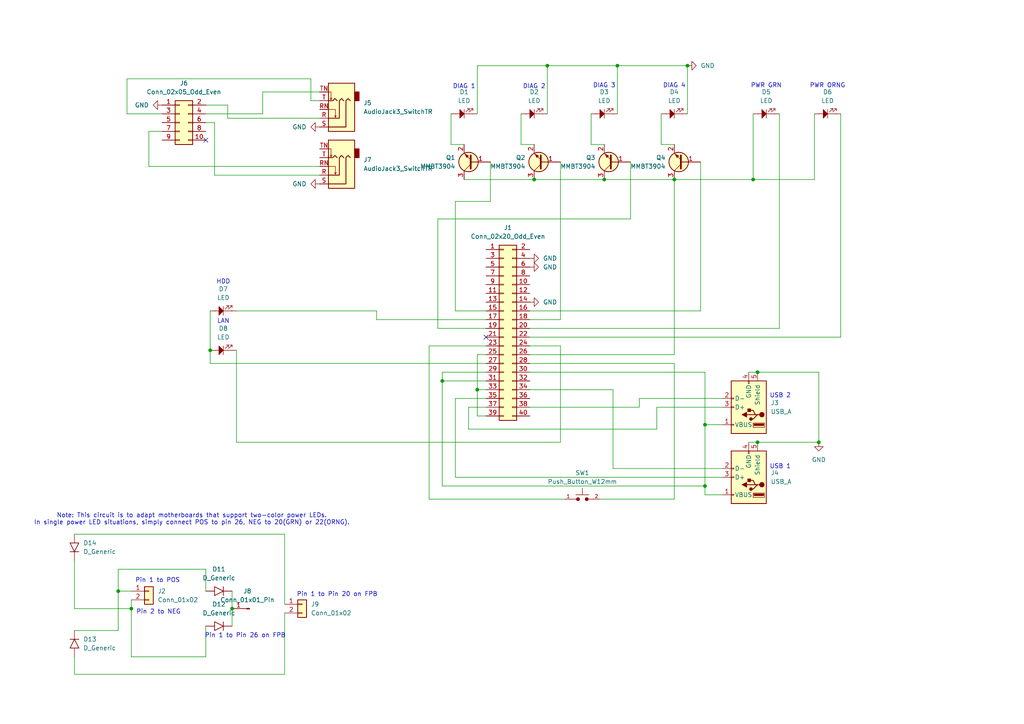
<source format=kicad_sch>
(kicad_sch
	(version 20231120)
	(generator "eeschema")
	(generator_version "8.0")
	(uuid "cff265a6-3d7d-47ac-9558-094eb3871d15")
	(paper "A4")
	(lib_symbols
		(symbol "Connector:Conn_01x01_Pin"
			(pin_names
				(offset 1.016) hide)
			(exclude_from_sim no)
			(in_bom yes)
			(on_board yes)
			(property "Reference" "J"
				(at 0 2.54 0)
				(effects
					(font
						(size 1.27 1.27)
					)
				)
			)
			(property "Value" "Conn_01x01_Pin"
				(at 0 -2.54 0)
				(effects
					(font
						(size 1.27 1.27)
					)
				)
			)
			(property "Footprint" ""
				(at 0 0 0)
				(effects
					(font
						(size 1.27 1.27)
					)
					(hide yes)
				)
			)
			(property "Datasheet" "~"
				(at 0 0 0)
				(effects
					(font
						(size 1.27 1.27)
					)
					(hide yes)
				)
			)
			(property "Description" "Generic connector, single row, 01x01, script generated"
				(at 0 0 0)
				(effects
					(font
						(size 1.27 1.27)
					)
					(hide yes)
				)
			)
			(property "ki_locked" ""
				(at 0 0 0)
				(effects
					(font
						(size 1.27 1.27)
					)
				)
			)
			(property "ki_keywords" "connector"
				(at 0 0 0)
				(effects
					(font
						(size 1.27 1.27)
					)
					(hide yes)
				)
			)
			(property "ki_fp_filters" "Connector*:*_1x??_*"
				(at 0 0 0)
				(effects
					(font
						(size 1.27 1.27)
					)
					(hide yes)
				)
			)
			(symbol "Conn_01x01_Pin_1_1"
				(polyline
					(pts
						(xy 1.27 0) (xy 0.8636 0)
					)
					(stroke
						(width 0.1524)
						(type default)
					)
					(fill
						(type none)
					)
				)
				(rectangle
					(start 0.8636 0.127)
					(end 0 -0.127)
					(stroke
						(width 0.1524)
						(type default)
					)
					(fill
						(type outline)
					)
				)
				(pin passive line
					(at 5.08 0 180)
					(length 3.81)
					(name "Pin_1"
						(effects
							(font
								(size 1.27 1.27)
							)
						)
					)
					(number "1"
						(effects
							(font
								(size 1.27 1.27)
							)
						)
					)
				)
			)
		)
		(symbol "Connector:USB_A"
			(pin_names
				(offset 1.016)
			)
			(exclude_from_sim no)
			(in_bom yes)
			(on_board yes)
			(property "Reference" "J"
				(at -5.08 11.43 0)
				(effects
					(font
						(size 1.27 1.27)
					)
					(justify left)
				)
			)
			(property "Value" "USB_A"
				(at -5.08 8.89 0)
				(effects
					(font
						(size 1.27 1.27)
					)
					(justify left)
				)
			)
			(property "Footprint" ""
				(at 3.81 -1.27 0)
				(effects
					(font
						(size 1.27 1.27)
					)
					(hide yes)
				)
			)
			(property "Datasheet" "~"
				(at 3.81 -1.27 0)
				(effects
					(font
						(size 1.27 1.27)
					)
					(hide yes)
				)
			)
			(property "Description" "USB Type A connector"
				(at 0 0 0)
				(effects
					(font
						(size 1.27 1.27)
					)
					(hide yes)
				)
			)
			(property "ki_keywords" "connector USB"
				(at 0 0 0)
				(effects
					(font
						(size 1.27 1.27)
					)
					(hide yes)
				)
			)
			(property "ki_fp_filters" "USB*"
				(at 0 0 0)
				(effects
					(font
						(size 1.27 1.27)
					)
					(hide yes)
				)
			)
			(symbol "USB_A_0_1"
				(rectangle
					(start -5.08 -7.62)
					(end 5.08 7.62)
					(stroke
						(width 0.254)
						(type default)
					)
					(fill
						(type background)
					)
				)
				(circle
					(center -3.81 2.159)
					(radius 0.635)
					(stroke
						(width 0.254)
						(type default)
					)
					(fill
						(type outline)
					)
				)
				(rectangle
					(start -1.524 4.826)
					(end -4.318 5.334)
					(stroke
						(width 0)
						(type default)
					)
					(fill
						(type outline)
					)
				)
				(rectangle
					(start -1.27 4.572)
					(end -4.572 5.842)
					(stroke
						(width 0)
						(type default)
					)
					(fill
						(type none)
					)
				)
				(circle
					(center -0.635 3.429)
					(radius 0.381)
					(stroke
						(width 0.254)
						(type default)
					)
					(fill
						(type outline)
					)
				)
				(rectangle
					(start -0.127 -7.62)
					(end 0.127 -6.858)
					(stroke
						(width 0)
						(type default)
					)
					(fill
						(type none)
					)
				)
				(polyline
					(pts
						(xy -3.175 2.159) (xy -2.54 2.159) (xy -1.27 3.429) (xy -0.635 3.429)
					)
					(stroke
						(width 0.254)
						(type default)
					)
					(fill
						(type none)
					)
				)
				(polyline
					(pts
						(xy -2.54 2.159) (xy -1.905 2.159) (xy -1.27 0.889) (xy 0 0.889)
					)
					(stroke
						(width 0.254)
						(type default)
					)
					(fill
						(type none)
					)
				)
				(polyline
					(pts
						(xy 0.635 2.794) (xy 0.635 1.524) (xy 1.905 2.159) (xy 0.635 2.794)
					)
					(stroke
						(width 0.254)
						(type default)
					)
					(fill
						(type outline)
					)
				)
				(rectangle
					(start 0.254 1.27)
					(end -0.508 0.508)
					(stroke
						(width 0.254)
						(type default)
					)
					(fill
						(type outline)
					)
				)
				(rectangle
					(start 5.08 -2.667)
					(end 4.318 -2.413)
					(stroke
						(width 0)
						(type default)
					)
					(fill
						(type none)
					)
				)
				(rectangle
					(start 5.08 -0.127)
					(end 4.318 0.127)
					(stroke
						(width 0)
						(type default)
					)
					(fill
						(type none)
					)
				)
				(rectangle
					(start 5.08 4.953)
					(end 4.318 5.207)
					(stroke
						(width 0)
						(type default)
					)
					(fill
						(type none)
					)
				)
			)
			(symbol "USB_A_1_1"
				(polyline
					(pts
						(xy -1.905 2.159) (xy 0.635 2.159)
					)
					(stroke
						(width 0.254)
						(type default)
					)
					(fill
						(type none)
					)
				)
				(pin power_in line
					(at 7.62 5.08 180)
					(length 2.54)
					(name "VBUS"
						(effects
							(font
								(size 1.27 1.27)
							)
						)
					)
					(number "1"
						(effects
							(font
								(size 1.27 1.27)
							)
						)
					)
				)
				(pin bidirectional line
					(at 7.62 -2.54 180)
					(length 2.54)
					(name "D-"
						(effects
							(font
								(size 1.27 1.27)
							)
						)
					)
					(number "2"
						(effects
							(font
								(size 1.27 1.27)
							)
						)
					)
				)
				(pin bidirectional line
					(at 7.62 0 180)
					(length 2.54)
					(name "D+"
						(effects
							(font
								(size 1.27 1.27)
							)
						)
					)
					(number "3"
						(effects
							(font
								(size 1.27 1.27)
							)
						)
					)
				)
				(pin power_in line
					(at 0 -10.16 90)
					(length 2.54)
					(name "GND"
						(effects
							(font
								(size 1.27 1.27)
							)
						)
					)
					(number "4"
						(effects
							(font
								(size 1.27 1.27)
							)
						)
					)
				)
				(pin passive line
					(at -2.54 -10.16 90)
					(length 2.54)
					(name "Shield"
						(effects
							(font
								(size 1.27 1.27)
							)
						)
					)
					(number "5"
						(effects
							(font
								(size 1.27 1.27)
							)
						)
					)
				)
			)
		)
		(symbol "Connector_Audio:AudioJack3_SwitchTR"
			(exclude_from_sim no)
			(in_bom yes)
			(on_board yes)
			(property "Reference" "J"
				(at 0 8.89 0)
				(effects
					(font
						(size 1.27 1.27)
					)
				)
			)
			(property "Value" "AudioJack3_SwitchTR"
				(at 0 6.35 0)
				(effects
					(font
						(size 1.27 1.27)
					)
				)
			)
			(property "Footprint" ""
				(at 0 0 0)
				(effects
					(font
						(size 1.27 1.27)
					)
					(hide yes)
				)
			)
			(property "Datasheet" "~"
				(at 0 0 0)
				(effects
					(font
						(size 1.27 1.27)
					)
					(hide yes)
				)
			)
			(property "Description" "Audio Jack, 3 Poles (Stereo / TRS), Switched TR Poles (Normalling)"
				(at 0 0 0)
				(effects
					(font
						(size 1.27 1.27)
					)
					(hide yes)
				)
			)
			(property "ki_keywords" "audio jack receptacle stereo headphones phones TRS connector"
				(at 0 0 0)
				(effects
					(font
						(size 1.27 1.27)
					)
					(hide yes)
				)
			)
			(property "ki_fp_filters" "Jack*"
				(at 0 0 0)
				(effects
					(font
						(size 1.27 1.27)
					)
					(hide yes)
				)
			)
			(symbol "AudioJack3_SwitchTR_0_1"
				(rectangle
					(start -5.08 -5.08)
					(end -6.35 -7.62)
					(stroke
						(width 0.254)
						(type default)
					)
					(fill
						(type outline)
					)
				)
				(polyline
					(pts
						(xy 0.508 -0.254) (xy 0.762 -0.762)
					)
					(stroke
						(width 0)
						(type default)
					)
					(fill
						(type none)
					)
				)
				(polyline
					(pts
						(xy 1.778 -5.334) (xy 2.032 -5.842)
					)
					(stroke
						(width 0)
						(type default)
					)
					(fill
						(type none)
					)
				)
				(polyline
					(pts
						(xy 0 -5.08) (xy 0.635 -5.715) (xy 1.27 -5.08) (xy 2.54 -5.08)
					)
					(stroke
						(width 0.254)
						(type default)
					)
					(fill
						(type none)
					)
				)
				(polyline
					(pts
						(xy 2.54 -7.62) (xy 1.778 -7.62) (xy 1.778 -5.334) (xy 1.524 -5.842)
					)
					(stroke
						(width 0)
						(type default)
					)
					(fill
						(type none)
					)
				)
				(polyline
					(pts
						(xy 2.54 -2.54) (xy 0.508 -2.54) (xy 0.508 -0.254) (xy 0.254 -0.762)
					)
					(stroke
						(width 0)
						(type default)
					)
					(fill
						(type none)
					)
				)
				(polyline
					(pts
						(xy -1.905 -5.08) (xy -1.27 -5.715) (xy -0.635 -5.08) (xy -0.635 0) (xy 2.54 0)
					)
					(stroke
						(width 0.254)
						(type default)
					)
					(fill
						(type none)
					)
				)
				(polyline
					(pts
						(xy 2.54 2.54) (xy -2.54 2.54) (xy -2.54 -5.08) (xy -3.175 -5.715) (xy -3.81 -5.08)
					)
					(stroke
						(width 0.254)
						(type default)
					)
					(fill
						(type none)
					)
				)
				(rectangle
					(start 2.54 3.81)
					(end -5.08 -10.16)
					(stroke
						(width 0.254)
						(type default)
					)
					(fill
						(type background)
					)
				)
			)
			(symbol "AudioJack3_SwitchTR_1_1"
				(pin passive line
					(at 5.08 0 180)
					(length 2.54)
					(name "~"
						(effects
							(font
								(size 1.27 1.27)
							)
						)
					)
					(number "R"
						(effects
							(font
								(size 1.27 1.27)
							)
						)
					)
				)
				(pin passive line
					(at 5.08 -2.54 180)
					(length 2.54)
					(name "~"
						(effects
							(font
								(size 1.27 1.27)
							)
						)
					)
					(number "RN"
						(effects
							(font
								(size 1.27 1.27)
							)
						)
					)
				)
				(pin passive line
					(at 5.08 2.54 180)
					(length 2.54)
					(name "~"
						(effects
							(font
								(size 1.27 1.27)
							)
						)
					)
					(number "S"
						(effects
							(font
								(size 1.27 1.27)
							)
						)
					)
				)
				(pin passive line
					(at 5.08 -5.08 180)
					(length 2.54)
					(name "~"
						(effects
							(font
								(size 1.27 1.27)
							)
						)
					)
					(number "T"
						(effects
							(font
								(size 1.27 1.27)
							)
						)
					)
				)
				(pin passive line
					(at 5.08 -7.62 180)
					(length 2.54)
					(name "~"
						(effects
							(font
								(size 1.27 1.27)
							)
						)
					)
					(number "TN"
						(effects
							(font
								(size 1.27 1.27)
							)
						)
					)
				)
			)
		)
		(symbol "Connector_Generic:Conn_02x05_Odd_Even"
			(pin_names
				(offset 1.016) hide)
			(exclude_from_sim no)
			(in_bom yes)
			(on_board yes)
			(property "Reference" "J"
				(at 1.27 7.62 0)
				(effects
					(font
						(size 1.27 1.27)
					)
				)
			)
			(property "Value" "Conn_02x05_Odd_Even"
				(at 1.27 -7.62 0)
				(effects
					(font
						(size 1.27 1.27)
					)
				)
			)
			(property "Footprint" ""
				(at 0 0 0)
				(effects
					(font
						(size 1.27 1.27)
					)
					(hide yes)
				)
			)
			(property "Datasheet" "~"
				(at 0 0 0)
				(effects
					(font
						(size 1.27 1.27)
					)
					(hide yes)
				)
			)
			(property "Description" "Generic connector, double row, 02x05, odd/even pin numbering scheme (row 1 odd numbers, row 2 even numbers), script generated (kicad-library-utils/schlib/autogen/connector/)"
				(at 0 0 0)
				(effects
					(font
						(size 1.27 1.27)
					)
					(hide yes)
				)
			)
			(property "ki_keywords" "connector"
				(at 0 0 0)
				(effects
					(font
						(size 1.27 1.27)
					)
					(hide yes)
				)
			)
			(property "ki_fp_filters" "Connector*:*_2x??_*"
				(at 0 0 0)
				(effects
					(font
						(size 1.27 1.27)
					)
					(hide yes)
				)
			)
			(symbol "Conn_02x05_Odd_Even_1_1"
				(rectangle
					(start -1.27 -4.953)
					(end 0 -5.207)
					(stroke
						(width 0.1524)
						(type default)
					)
					(fill
						(type none)
					)
				)
				(rectangle
					(start -1.27 -2.413)
					(end 0 -2.667)
					(stroke
						(width 0.1524)
						(type default)
					)
					(fill
						(type none)
					)
				)
				(rectangle
					(start -1.27 0.127)
					(end 0 -0.127)
					(stroke
						(width 0.1524)
						(type default)
					)
					(fill
						(type none)
					)
				)
				(rectangle
					(start -1.27 2.667)
					(end 0 2.413)
					(stroke
						(width 0.1524)
						(type default)
					)
					(fill
						(type none)
					)
				)
				(rectangle
					(start -1.27 5.207)
					(end 0 4.953)
					(stroke
						(width 0.1524)
						(type default)
					)
					(fill
						(type none)
					)
				)
				(rectangle
					(start -1.27 6.35)
					(end 3.81 -6.35)
					(stroke
						(width 0.254)
						(type default)
					)
					(fill
						(type background)
					)
				)
				(rectangle
					(start 3.81 -4.953)
					(end 2.54 -5.207)
					(stroke
						(width 0.1524)
						(type default)
					)
					(fill
						(type none)
					)
				)
				(rectangle
					(start 3.81 -2.413)
					(end 2.54 -2.667)
					(stroke
						(width 0.1524)
						(type default)
					)
					(fill
						(type none)
					)
				)
				(rectangle
					(start 3.81 0.127)
					(end 2.54 -0.127)
					(stroke
						(width 0.1524)
						(type default)
					)
					(fill
						(type none)
					)
				)
				(rectangle
					(start 3.81 2.667)
					(end 2.54 2.413)
					(stroke
						(width 0.1524)
						(type default)
					)
					(fill
						(type none)
					)
				)
				(rectangle
					(start 3.81 5.207)
					(end 2.54 4.953)
					(stroke
						(width 0.1524)
						(type default)
					)
					(fill
						(type none)
					)
				)
				(pin passive line
					(at -5.08 5.08 0)
					(length 3.81)
					(name "Pin_1"
						(effects
							(font
								(size 1.27 1.27)
							)
						)
					)
					(number "1"
						(effects
							(font
								(size 1.27 1.27)
							)
						)
					)
				)
				(pin passive line
					(at 7.62 -5.08 180)
					(length 3.81)
					(name "Pin_10"
						(effects
							(font
								(size 1.27 1.27)
							)
						)
					)
					(number "10"
						(effects
							(font
								(size 1.27 1.27)
							)
						)
					)
				)
				(pin passive line
					(at 7.62 5.08 180)
					(length 3.81)
					(name "Pin_2"
						(effects
							(font
								(size 1.27 1.27)
							)
						)
					)
					(number "2"
						(effects
							(font
								(size 1.27 1.27)
							)
						)
					)
				)
				(pin passive line
					(at -5.08 2.54 0)
					(length 3.81)
					(name "Pin_3"
						(effects
							(font
								(size 1.27 1.27)
							)
						)
					)
					(number "3"
						(effects
							(font
								(size 1.27 1.27)
							)
						)
					)
				)
				(pin passive line
					(at 7.62 2.54 180)
					(length 3.81)
					(name "Pin_4"
						(effects
							(font
								(size 1.27 1.27)
							)
						)
					)
					(number "4"
						(effects
							(font
								(size 1.27 1.27)
							)
						)
					)
				)
				(pin passive line
					(at -5.08 0 0)
					(length 3.81)
					(name "Pin_5"
						(effects
							(font
								(size 1.27 1.27)
							)
						)
					)
					(number "5"
						(effects
							(font
								(size 1.27 1.27)
							)
						)
					)
				)
				(pin passive line
					(at 7.62 0 180)
					(length 3.81)
					(name "Pin_6"
						(effects
							(font
								(size 1.27 1.27)
							)
						)
					)
					(number "6"
						(effects
							(font
								(size 1.27 1.27)
							)
						)
					)
				)
				(pin passive line
					(at -5.08 -2.54 0)
					(length 3.81)
					(name "Pin_7"
						(effects
							(font
								(size 1.27 1.27)
							)
						)
					)
					(number "7"
						(effects
							(font
								(size 1.27 1.27)
							)
						)
					)
				)
				(pin passive line
					(at 7.62 -2.54 180)
					(length 3.81)
					(name "Pin_8"
						(effects
							(font
								(size 1.27 1.27)
							)
						)
					)
					(number "8"
						(effects
							(font
								(size 1.27 1.27)
							)
						)
					)
				)
				(pin passive line
					(at -5.08 -5.08 0)
					(length 3.81)
					(name "Pin_9"
						(effects
							(font
								(size 1.27 1.27)
							)
						)
					)
					(number "9"
						(effects
							(font
								(size 1.27 1.27)
							)
						)
					)
				)
			)
		)
		(symbol "Connector_Generic:Conn_02x20_Odd_Even"
			(pin_names
				(offset 1.016) hide)
			(exclude_from_sim no)
			(in_bom yes)
			(on_board yes)
			(property "Reference" "J"
				(at 1.27 25.4 0)
				(effects
					(font
						(size 1.27 1.27)
					)
				)
			)
			(property "Value" "Conn_02x20_Odd_Even"
				(at 1.27 -27.94 0)
				(effects
					(font
						(size 1.27 1.27)
					)
				)
			)
			(property "Footprint" ""
				(at 0 0 0)
				(effects
					(font
						(size 1.27 1.27)
					)
					(hide yes)
				)
			)
			(property "Datasheet" "~"
				(at 0 0 0)
				(effects
					(font
						(size 1.27 1.27)
					)
					(hide yes)
				)
			)
			(property "Description" "Generic connector, double row, 02x20, odd/even pin numbering scheme (row 1 odd numbers, row 2 even numbers), script generated (kicad-library-utils/schlib/autogen/connector/)"
				(at 0 0 0)
				(effects
					(font
						(size 1.27 1.27)
					)
					(hide yes)
				)
			)
			(property "ki_keywords" "connector"
				(at 0 0 0)
				(effects
					(font
						(size 1.27 1.27)
					)
					(hide yes)
				)
			)
			(property "ki_fp_filters" "Connector*:*_2x??_*"
				(at 0 0 0)
				(effects
					(font
						(size 1.27 1.27)
					)
					(hide yes)
				)
			)
			(symbol "Conn_02x20_Odd_Even_1_1"
				(rectangle
					(start -1.27 -25.273)
					(end 0 -25.527)
					(stroke
						(width 0.1524)
						(type default)
					)
					(fill
						(type none)
					)
				)
				(rectangle
					(start -1.27 -22.733)
					(end 0 -22.987)
					(stroke
						(width 0.1524)
						(type default)
					)
					(fill
						(type none)
					)
				)
				(rectangle
					(start -1.27 -20.193)
					(end 0 -20.447)
					(stroke
						(width 0.1524)
						(type default)
					)
					(fill
						(type none)
					)
				)
				(rectangle
					(start -1.27 -17.653)
					(end 0 -17.907)
					(stroke
						(width 0.1524)
						(type default)
					)
					(fill
						(type none)
					)
				)
				(rectangle
					(start -1.27 -15.113)
					(end 0 -15.367)
					(stroke
						(width 0.1524)
						(type default)
					)
					(fill
						(type none)
					)
				)
				(rectangle
					(start -1.27 -12.573)
					(end 0 -12.827)
					(stroke
						(width 0.1524)
						(type default)
					)
					(fill
						(type none)
					)
				)
				(rectangle
					(start -1.27 -10.033)
					(end 0 -10.287)
					(stroke
						(width 0.1524)
						(type default)
					)
					(fill
						(type none)
					)
				)
				(rectangle
					(start -1.27 -7.493)
					(end 0 -7.747)
					(stroke
						(width 0.1524)
						(type default)
					)
					(fill
						(type none)
					)
				)
				(rectangle
					(start -1.27 -4.953)
					(end 0 -5.207)
					(stroke
						(width 0.1524)
						(type default)
					)
					(fill
						(type none)
					)
				)
				(rectangle
					(start -1.27 -2.413)
					(end 0 -2.667)
					(stroke
						(width 0.1524)
						(type default)
					)
					(fill
						(type none)
					)
				)
				(rectangle
					(start -1.27 0.127)
					(end 0 -0.127)
					(stroke
						(width 0.1524)
						(type default)
					)
					(fill
						(type none)
					)
				)
				(rectangle
					(start -1.27 2.667)
					(end 0 2.413)
					(stroke
						(width 0.1524)
						(type default)
					)
					(fill
						(type none)
					)
				)
				(rectangle
					(start -1.27 5.207)
					(end 0 4.953)
					(stroke
						(width 0.1524)
						(type default)
					)
					(fill
						(type none)
					)
				)
				(rectangle
					(start -1.27 7.747)
					(end 0 7.493)
					(stroke
						(width 0.1524)
						(type default)
					)
					(fill
						(type none)
					)
				)
				(rectangle
					(start -1.27 10.287)
					(end 0 10.033)
					(stroke
						(width 0.1524)
						(type default)
					)
					(fill
						(type none)
					)
				)
				(rectangle
					(start -1.27 12.827)
					(end 0 12.573)
					(stroke
						(width 0.1524)
						(type default)
					)
					(fill
						(type none)
					)
				)
				(rectangle
					(start -1.27 15.367)
					(end 0 15.113)
					(stroke
						(width 0.1524)
						(type default)
					)
					(fill
						(type none)
					)
				)
				(rectangle
					(start -1.27 17.907)
					(end 0 17.653)
					(stroke
						(width 0.1524)
						(type default)
					)
					(fill
						(type none)
					)
				)
				(rectangle
					(start -1.27 20.447)
					(end 0 20.193)
					(stroke
						(width 0.1524)
						(type default)
					)
					(fill
						(type none)
					)
				)
				(rectangle
					(start -1.27 22.987)
					(end 0 22.733)
					(stroke
						(width 0.1524)
						(type default)
					)
					(fill
						(type none)
					)
				)
				(rectangle
					(start -1.27 24.13)
					(end 3.81 -26.67)
					(stroke
						(width 0.254)
						(type default)
					)
					(fill
						(type background)
					)
				)
				(rectangle
					(start 3.81 -25.273)
					(end 2.54 -25.527)
					(stroke
						(width 0.1524)
						(type default)
					)
					(fill
						(type none)
					)
				)
				(rectangle
					(start 3.81 -22.733)
					(end 2.54 -22.987)
					(stroke
						(width 0.1524)
						(type default)
					)
					(fill
						(type none)
					)
				)
				(rectangle
					(start 3.81 -20.193)
					(end 2.54 -20.447)
					(stroke
						(width 0.1524)
						(type default)
					)
					(fill
						(type none)
					)
				)
				(rectangle
					(start 3.81 -17.653)
					(end 2.54 -17.907)
					(stroke
						(width 0.1524)
						(type default)
					)
					(fill
						(type none)
					)
				)
				(rectangle
					(start 3.81 -15.113)
					(end 2.54 -15.367)
					(stroke
						(width 0.1524)
						(type default)
					)
					(fill
						(type none)
					)
				)
				(rectangle
					(start 3.81 -12.573)
					(end 2.54 -12.827)
					(stroke
						(width 0.1524)
						(type default)
					)
					(fill
						(type none)
					)
				)
				(rectangle
					(start 3.81 -10.033)
					(end 2.54 -10.287)
					(stroke
						(width 0.1524)
						(type default)
					)
					(fill
						(type none)
					)
				)
				(rectangle
					(start 3.81 -7.493)
					(end 2.54 -7.747)
					(stroke
						(width 0.1524)
						(type default)
					)
					(fill
						(type none)
					)
				)
				(rectangle
					(start 3.81 -4.953)
					(end 2.54 -5.207)
					(stroke
						(width 0.1524)
						(type default)
					)
					(fill
						(type none)
					)
				)
				(rectangle
					(start 3.81 -2.413)
					(end 2.54 -2.667)
					(stroke
						(width 0.1524)
						(type default)
					)
					(fill
						(type none)
					)
				)
				(rectangle
					(start 3.81 0.127)
					(end 2.54 -0.127)
					(stroke
						(width 0.1524)
						(type default)
					)
					(fill
						(type none)
					)
				)
				(rectangle
					(start 3.81 2.667)
					(end 2.54 2.413)
					(stroke
						(width 0.1524)
						(type default)
					)
					(fill
						(type none)
					)
				)
				(rectangle
					(start 3.81 5.207)
					(end 2.54 4.953)
					(stroke
						(width 0.1524)
						(type default)
					)
					(fill
						(type none)
					)
				)
				(rectangle
					(start 3.81 7.747)
					(end 2.54 7.493)
					(stroke
						(width 0.1524)
						(type default)
					)
					(fill
						(type none)
					)
				)
				(rectangle
					(start 3.81 10.287)
					(end 2.54 10.033)
					(stroke
						(width 0.1524)
						(type default)
					)
					(fill
						(type none)
					)
				)
				(rectangle
					(start 3.81 12.827)
					(end 2.54 12.573)
					(stroke
						(width 0.1524)
						(type default)
					)
					(fill
						(type none)
					)
				)
				(rectangle
					(start 3.81 15.367)
					(end 2.54 15.113)
					(stroke
						(width 0.1524)
						(type default)
					)
					(fill
						(type none)
					)
				)
				(rectangle
					(start 3.81 17.907)
					(end 2.54 17.653)
					(stroke
						(width 0.1524)
						(type default)
					)
					(fill
						(type none)
					)
				)
				(rectangle
					(start 3.81 20.447)
					(end 2.54 20.193)
					(stroke
						(width 0.1524)
						(type default)
					)
					(fill
						(type none)
					)
				)
				(rectangle
					(start 3.81 22.987)
					(end 2.54 22.733)
					(stroke
						(width 0.1524)
						(type default)
					)
					(fill
						(type none)
					)
				)
				(pin passive line
					(at -5.08 22.86 0)
					(length 3.81)
					(name "Pin_1"
						(effects
							(font
								(size 1.27 1.27)
							)
						)
					)
					(number "1"
						(effects
							(font
								(size 1.27 1.27)
							)
						)
					)
				)
				(pin passive line
					(at 7.62 12.7 180)
					(length 3.81)
					(name "Pin_10"
						(effects
							(font
								(size 1.27 1.27)
							)
						)
					)
					(number "10"
						(effects
							(font
								(size 1.27 1.27)
							)
						)
					)
				)
				(pin passive line
					(at -5.08 10.16 0)
					(length 3.81)
					(name "Pin_11"
						(effects
							(font
								(size 1.27 1.27)
							)
						)
					)
					(number "11"
						(effects
							(font
								(size 1.27 1.27)
							)
						)
					)
				)
				(pin passive line
					(at 7.62 10.16 180)
					(length 3.81)
					(name "Pin_12"
						(effects
							(font
								(size 1.27 1.27)
							)
						)
					)
					(number "12"
						(effects
							(font
								(size 1.27 1.27)
							)
						)
					)
				)
				(pin passive line
					(at -5.08 7.62 0)
					(length 3.81)
					(name "Pin_13"
						(effects
							(font
								(size 1.27 1.27)
							)
						)
					)
					(number "13"
						(effects
							(font
								(size 1.27 1.27)
							)
						)
					)
				)
				(pin passive line
					(at 7.62 7.62 180)
					(length 3.81)
					(name "Pin_14"
						(effects
							(font
								(size 1.27 1.27)
							)
						)
					)
					(number "14"
						(effects
							(font
								(size 1.27 1.27)
							)
						)
					)
				)
				(pin passive line
					(at -5.08 5.08 0)
					(length 3.81)
					(name "Pin_15"
						(effects
							(font
								(size 1.27 1.27)
							)
						)
					)
					(number "15"
						(effects
							(font
								(size 1.27 1.27)
							)
						)
					)
				)
				(pin passive line
					(at 7.62 5.08 180)
					(length 3.81)
					(name "Pin_16"
						(effects
							(font
								(size 1.27 1.27)
							)
						)
					)
					(number "16"
						(effects
							(font
								(size 1.27 1.27)
							)
						)
					)
				)
				(pin passive line
					(at -5.08 2.54 0)
					(length 3.81)
					(name "Pin_17"
						(effects
							(font
								(size 1.27 1.27)
							)
						)
					)
					(number "17"
						(effects
							(font
								(size 1.27 1.27)
							)
						)
					)
				)
				(pin passive line
					(at 7.62 2.54 180)
					(length 3.81)
					(name "Pin_18"
						(effects
							(font
								(size 1.27 1.27)
							)
						)
					)
					(number "18"
						(effects
							(font
								(size 1.27 1.27)
							)
						)
					)
				)
				(pin passive line
					(at -5.08 0 0)
					(length 3.81)
					(name "Pin_19"
						(effects
							(font
								(size 1.27 1.27)
							)
						)
					)
					(number "19"
						(effects
							(font
								(size 1.27 1.27)
							)
						)
					)
				)
				(pin passive line
					(at 7.62 22.86 180)
					(length 3.81)
					(name "Pin_2"
						(effects
							(font
								(size 1.27 1.27)
							)
						)
					)
					(number "2"
						(effects
							(font
								(size 1.27 1.27)
							)
						)
					)
				)
				(pin passive line
					(at 7.62 0 180)
					(length 3.81)
					(name "Pin_20"
						(effects
							(font
								(size 1.27 1.27)
							)
						)
					)
					(number "20"
						(effects
							(font
								(size 1.27 1.27)
							)
						)
					)
				)
				(pin passive line
					(at -5.08 -2.54 0)
					(length 3.81)
					(name "Pin_21"
						(effects
							(font
								(size 1.27 1.27)
							)
						)
					)
					(number "21"
						(effects
							(font
								(size 1.27 1.27)
							)
						)
					)
				)
				(pin passive line
					(at 7.62 -2.54 180)
					(length 3.81)
					(name "Pin_22"
						(effects
							(font
								(size 1.27 1.27)
							)
						)
					)
					(number "22"
						(effects
							(font
								(size 1.27 1.27)
							)
						)
					)
				)
				(pin passive line
					(at -5.08 -5.08 0)
					(length 3.81)
					(name "Pin_23"
						(effects
							(font
								(size 1.27 1.27)
							)
						)
					)
					(number "23"
						(effects
							(font
								(size 1.27 1.27)
							)
						)
					)
				)
				(pin passive line
					(at 7.62 -5.08 180)
					(length 3.81)
					(name "Pin_24"
						(effects
							(font
								(size 1.27 1.27)
							)
						)
					)
					(number "24"
						(effects
							(font
								(size 1.27 1.27)
							)
						)
					)
				)
				(pin passive line
					(at -5.08 -7.62 0)
					(length 3.81)
					(name "Pin_25"
						(effects
							(font
								(size 1.27 1.27)
							)
						)
					)
					(number "25"
						(effects
							(font
								(size 1.27 1.27)
							)
						)
					)
				)
				(pin passive line
					(at 7.62 -7.62 180)
					(length 3.81)
					(name "Pin_26"
						(effects
							(font
								(size 1.27 1.27)
							)
						)
					)
					(number "26"
						(effects
							(font
								(size 1.27 1.27)
							)
						)
					)
				)
				(pin passive line
					(at -5.08 -10.16 0)
					(length 3.81)
					(name "Pin_27"
						(effects
							(font
								(size 1.27 1.27)
							)
						)
					)
					(number "27"
						(effects
							(font
								(size 1.27 1.27)
							)
						)
					)
				)
				(pin passive line
					(at 7.62 -10.16 180)
					(length 3.81)
					(name "Pin_28"
						(effects
							(font
								(size 1.27 1.27)
							)
						)
					)
					(number "28"
						(effects
							(font
								(size 1.27 1.27)
							)
						)
					)
				)
				(pin passive line
					(at -5.08 -12.7 0)
					(length 3.81)
					(name "Pin_29"
						(effects
							(font
								(size 1.27 1.27)
							)
						)
					)
					(number "29"
						(effects
							(font
								(size 1.27 1.27)
							)
						)
					)
				)
				(pin passive line
					(at -5.08 20.32 0)
					(length 3.81)
					(name "Pin_3"
						(effects
							(font
								(size 1.27 1.27)
							)
						)
					)
					(number "3"
						(effects
							(font
								(size 1.27 1.27)
							)
						)
					)
				)
				(pin passive line
					(at 7.62 -12.7 180)
					(length 3.81)
					(name "Pin_30"
						(effects
							(font
								(size 1.27 1.27)
							)
						)
					)
					(number "30"
						(effects
							(font
								(size 1.27 1.27)
							)
						)
					)
				)
				(pin passive line
					(at -5.08 -15.24 0)
					(length 3.81)
					(name "Pin_31"
						(effects
							(font
								(size 1.27 1.27)
							)
						)
					)
					(number "31"
						(effects
							(font
								(size 1.27 1.27)
							)
						)
					)
				)
				(pin passive line
					(at 7.62 -15.24 180)
					(length 3.81)
					(name "Pin_32"
						(effects
							(font
								(size 1.27 1.27)
							)
						)
					)
					(number "32"
						(effects
							(font
								(size 1.27 1.27)
							)
						)
					)
				)
				(pin passive line
					(at -5.08 -17.78 0)
					(length 3.81)
					(name "Pin_33"
						(effects
							(font
								(size 1.27 1.27)
							)
						)
					)
					(number "33"
						(effects
							(font
								(size 1.27 1.27)
							)
						)
					)
				)
				(pin passive line
					(at 7.62 -17.78 180)
					(length 3.81)
					(name "Pin_34"
						(effects
							(font
								(size 1.27 1.27)
							)
						)
					)
					(number "34"
						(effects
							(font
								(size 1.27 1.27)
							)
						)
					)
				)
				(pin passive line
					(at -5.08 -20.32 0)
					(length 3.81)
					(name "Pin_35"
						(effects
							(font
								(size 1.27 1.27)
							)
						)
					)
					(number "35"
						(effects
							(font
								(size 1.27 1.27)
							)
						)
					)
				)
				(pin passive line
					(at 7.62 -20.32 180)
					(length 3.81)
					(name "Pin_36"
						(effects
							(font
								(size 1.27 1.27)
							)
						)
					)
					(number "36"
						(effects
							(font
								(size 1.27 1.27)
							)
						)
					)
				)
				(pin passive line
					(at -5.08 -22.86 0)
					(length 3.81)
					(name "Pin_37"
						(effects
							(font
								(size 1.27 1.27)
							)
						)
					)
					(number "37"
						(effects
							(font
								(size 1.27 1.27)
							)
						)
					)
				)
				(pin passive line
					(at 7.62 -22.86 180)
					(length 3.81)
					(name "Pin_38"
						(effects
							(font
								(size 1.27 1.27)
							)
						)
					)
					(number "38"
						(effects
							(font
								(size 1.27 1.27)
							)
						)
					)
				)
				(pin passive line
					(at -5.08 -25.4 0)
					(length 3.81)
					(name "Pin_39"
						(effects
							(font
								(size 1.27 1.27)
							)
						)
					)
					(number "39"
						(effects
							(font
								(size 1.27 1.27)
							)
						)
					)
				)
				(pin passive line
					(at 7.62 20.32 180)
					(length 3.81)
					(name "Pin_4"
						(effects
							(font
								(size 1.27 1.27)
							)
						)
					)
					(number "4"
						(effects
							(font
								(size 1.27 1.27)
							)
						)
					)
				)
				(pin passive line
					(at 7.62 -25.4 180)
					(length 3.81)
					(name "Pin_40"
						(effects
							(font
								(size 1.27 1.27)
							)
						)
					)
					(number "40"
						(effects
							(font
								(size 1.27 1.27)
							)
						)
					)
				)
				(pin passive line
					(at -5.08 17.78 0)
					(length 3.81)
					(name "Pin_5"
						(effects
							(font
								(size 1.27 1.27)
							)
						)
					)
					(number "5"
						(effects
							(font
								(size 1.27 1.27)
							)
						)
					)
				)
				(pin passive line
					(at 7.62 17.78 180)
					(length 3.81)
					(name "Pin_6"
						(effects
							(font
								(size 1.27 1.27)
							)
						)
					)
					(number "6"
						(effects
							(font
								(size 1.27 1.27)
							)
						)
					)
				)
				(pin passive line
					(at -5.08 15.24 0)
					(length 3.81)
					(name "Pin_7"
						(effects
							(font
								(size 1.27 1.27)
							)
						)
					)
					(number "7"
						(effects
							(font
								(size 1.27 1.27)
							)
						)
					)
				)
				(pin passive line
					(at 7.62 15.24 180)
					(length 3.81)
					(name "Pin_8"
						(effects
							(font
								(size 1.27 1.27)
							)
						)
					)
					(number "8"
						(effects
							(font
								(size 1.27 1.27)
							)
						)
					)
				)
				(pin passive line
					(at -5.08 12.7 0)
					(length 3.81)
					(name "Pin_9"
						(effects
							(font
								(size 1.27 1.27)
							)
						)
					)
					(number "9"
						(effects
							(font
								(size 1.27 1.27)
							)
						)
					)
				)
			)
		)
		(symbol "PCM_4ms_Connector:Conn_01x02"
			(pin_names
				(offset 1.016) hide)
			(exclude_from_sim no)
			(in_bom yes)
			(on_board yes)
			(property "Reference" "J"
				(at 0 2.54 0)
				(effects
					(font
						(size 1.27 1.27)
					)
				)
			)
			(property "Value" "Conn_01x02"
				(at 0 -5.08 0)
				(effects
					(font
						(size 1.27 1.27)
					)
				)
			)
			(property "Footprint" "4ms_Connector:Pins_1x02_2.54mm_TH"
				(at -0.635 4.445 0)
				(effects
					(font
						(size 1.27 1.27)
					)
					(hide yes)
				)
			)
			(property "Datasheet" ""
				(at 0 0 0)
				(effects
					(font
						(size 1.27 1.27)
					)
					(hide yes)
				)
			)
			(property "Description" "HEADER 1x2 MALE PINS 0.100” 180deg"
				(at 0 0 0)
				(effects
					(font
						(size 1.27 1.27)
					)
					(hide yes)
				)
			)
			(property "Specifications" "Pins_01x02, Header, Male Pins, 1*2, spacing 2.54mm, straight pin"
				(at -2.54 -7.874 0)
				(effects
					(font
						(size 1.27 1.27)
					)
					(justify left)
					(hide yes)
				)
			)
			(property "Manufacturer" "TAD"
				(at -2.54 -9.398 0)
				(effects
					(font
						(size 1.27 1.27)
					)
					(justify left)
					(hide yes)
				)
			)
			(property "Part Number" "1-0201FBV0T"
				(at -2.54 -10.922 0)
				(effects
					(font
						(size 1.27 1.27)
					)
					(justify left)
					(hide yes)
				)
			)
			(property "ki_keywords" "Conn_01x02"
				(at 0 0 0)
				(effects
					(font
						(size 1.27 1.27)
					)
					(hide yes)
				)
			)
			(property "ki_fp_filters" "Connector*:*_??x*mm* Connector*:*1x??x*mm* Pin?Header?Straight?1X* Pin?Header?Angled?1X* Socket?Strip?Straight?1X* Socket?Strip?Angled?1X*"
				(at 0 0 0)
				(effects
					(font
						(size 1.27 1.27)
					)
					(hide yes)
				)
			)
			(symbol "Conn_01x02_1_1"
				(rectangle
					(start -1.27 -2.413)
					(end 0 -2.667)
					(stroke
						(width 0.1524)
						(type default)
					)
					(fill
						(type none)
					)
				)
				(rectangle
					(start -1.27 0.127)
					(end 0 -0.127)
					(stroke
						(width 0.1524)
						(type default)
					)
					(fill
						(type none)
					)
				)
				(rectangle
					(start -1.27 1.27)
					(end 1.27 -3.81)
					(stroke
						(width 0.254)
						(type default)
					)
					(fill
						(type background)
					)
				)
				(pin passive line
					(at -5.08 0 0)
					(length 3.81)
					(name "Pin_1"
						(effects
							(font
								(size 1.27 1.27)
							)
						)
					)
					(number "1"
						(effects
							(font
								(size 1.27 1.27)
							)
						)
					)
				)
				(pin passive line
					(at -5.08 -2.54 0)
					(length 3.81)
					(name "Pin_2"
						(effects
							(font
								(size 1.27 1.27)
							)
						)
					)
					(number "2"
						(effects
							(font
								(size 1.27 1.27)
							)
						)
					)
				)
			)
		)
		(symbol "PCM_4ms_Diode:D_Generic"
			(pin_numbers hide)
			(pin_names
				(offset 1.016) hide)
			(exclude_from_sim no)
			(in_bom yes)
			(on_board yes)
			(property "Reference" "D"
				(at 0 2.54 0)
				(effects
					(font
						(size 1.27 1.27)
					)
				)
			)
			(property "Value" "D_Generic"
				(at 0 -2.54 0)
				(effects
					(font
						(size 1.27 1.27)
					)
				)
			)
			(property "Footprint" ""
				(at 0 0 0)
				(effects
					(font
						(size 1.27 1.27)
					)
					(hide yes)
				)
			)
			(property "Datasheet" ""
				(at 0 0 0)
				(effects
					(font
						(size 1.27 1.27)
					)
					(hide yes)
				)
			)
			(property "Description" "Diode"
				(at 0 0 0)
				(effects
					(font
						(size 1.27 1.27)
					)
					(hide yes)
				)
			)
			(property "ki_keywords" "diode"
				(at 0 0 0)
				(effects
					(font
						(size 1.27 1.27)
					)
					(hide yes)
				)
			)
			(property "ki_fp_filters" "TO-???* *SingleDiode *_Diode_* *SingleDiode* D_*"
				(at 0 0 0)
				(effects
					(font
						(size 1.27 1.27)
					)
					(hide yes)
				)
			)
			(symbol "D_Generic_0_1"
				(polyline
					(pts
						(xy -1.27 1.27) (xy -1.27 -1.27)
					)
					(stroke
						(width 0.2032)
						(type default)
					)
					(fill
						(type none)
					)
				)
				(polyline
					(pts
						(xy 1.27 1.27) (xy 1.27 -1.27) (xy -1.27 0) (xy 1.27 1.27)
					)
					(stroke
						(width 0.2032)
						(type default)
					)
					(fill
						(type none)
					)
				)
			)
			(symbol "D_Generic_1_1"
				(pin passive line
					(at -3.81 0 0)
					(length 2.54)
					(name "K"
						(effects
							(font
								(size 1.27 1.27)
							)
						)
					)
					(number "1"
						(effects
							(font
								(size 1.27 1.27)
							)
						)
					)
				)
				(pin passive line
					(at 3.81 0 180)
					(length 2.54)
					(name "A"
						(effects
							(font
								(size 1.27 1.27)
							)
						)
					)
					(number "2"
						(effects
							(font
								(size 1.27 1.27)
							)
						)
					)
				)
			)
		)
		(symbol "PCM_4ms_Power-symbol:GND"
			(power)
			(pin_names
				(offset 0)
			)
			(exclude_from_sim no)
			(in_bom yes)
			(on_board yes)
			(property "Reference" "#PWR"
				(at 0 -6.35 0)
				(effects
					(font
						(size 1.27 1.27)
					)
					(hide yes)
				)
			)
			(property "Value" "GND"
				(at 0 -3.81 0)
				(effects
					(font
						(size 1.27 1.27)
					)
				)
			)
			(property "Footprint" ""
				(at 0 0 0)
				(effects
					(font
						(size 1.27 1.27)
					)
					(hide yes)
				)
			)
			(property "Datasheet" ""
				(at 0 0 0)
				(effects
					(font
						(size 1.27 1.27)
					)
					(hide yes)
				)
			)
			(property "Description" ""
				(at 0 0 0)
				(effects
					(font
						(size 1.27 1.27)
					)
					(hide yes)
				)
			)
			(symbol "GND_0_1"
				(polyline
					(pts
						(xy 0 0) (xy 0 -1.27) (xy 1.27 -1.27) (xy 0 -2.54) (xy -1.27 -1.27) (xy 0 -1.27)
					)
					(stroke
						(width 0)
						(type default)
					)
					(fill
						(type none)
					)
				)
			)
			(symbol "GND_1_1"
				(pin power_in line
					(at 0 0 270)
					(length 0) hide
					(name "GND"
						(effects
							(font
								(size 1.27 1.27)
							)
						)
					)
					(number "1"
						(effects
							(font
								(size 1.27 1.27)
							)
						)
					)
				)
			)
		)
		(symbol "PCM_SL_Devices:LED"
			(exclude_from_sim no)
			(in_bom yes)
			(on_board yes)
			(property "Reference" "D"
				(at -0.508 5.334 0)
				(effects
					(font
						(size 1.27 1.27)
					)
				)
			)
			(property "Value" "LED"
				(at -0.508 2.794 0)
				(effects
					(font
						(size 1.27 1.27)
					)
				)
			)
			(property "Footprint" "LED_THT:LED_D5.0mm"
				(at -1.016 -2.794 0)
				(effects
					(font
						(size 1.27 1.27)
					)
					(hide yes)
				)
			)
			(property "Datasheet" ""
				(at -1.27 0 0)
				(effects
					(font
						(size 1.27 1.27)
					)
					(hide yes)
				)
			)
			(property "Description" "Common 5mm diameter LED"
				(at 0 0 0)
				(effects
					(font
						(size 1.27 1.27)
					)
					(hide yes)
				)
			)
			(property "ki_keywords" "LED 5mm"
				(at 0 0 0)
				(effects
					(font
						(size 1.27 1.27)
					)
					(hide yes)
				)
			)
			(property "ki_fp_filters" "LED_D5.0mm_Clear LED_D5.0mm_Horizontal_O1.27mm_Z3.0mm LED_D5.0mm_Horizontal_O3.81mm_Z3.0mm LED_D5.0mm_Horizontal_O6.35mm_Z3.0mm"
				(at 0 0 0)
				(effects
					(font
						(size 1.27 1.27)
					)
					(hide yes)
				)
			)
			(symbol "LED_0_1"
				(polyline
					(pts
						(xy -1.27 0) (xy -2.54 0)
					)
					(stroke
						(width 0)
						(type default)
					)
					(fill
						(type none)
					)
				)
				(polyline
					(pts
						(xy 0 1.27) (xy 0 -1.27)
					)
					(stroke
						(width 0)
						(type default)
					)
					(fill
						(type none)
					)
				)
				(polyline
					(pts
						(xy 0.508 0.508) (xy 1.524 1.524)
					)
					(stroke
						(width 0)
						(type default)
					)
					(fill
						(type none)
					)
				)
				(polyline
					(pts
						(xy 1.27 0) (xy 2.54 0)
					)
					(stroke
						(width 0)
						(type default)
					)
					(fill
						(type none)
					)
				)
				(polyline
					(pts
						(xy 1.524 0.508) (xy 2.54 1.524)
					)
					(stroke
						(width 0)
						(type default)
					)
					(fill
						(type none)
					)
				)
				(polyline
					(pts
						(xy 1.524 1.524) (xy 0.889 1.524)
					)
					(stroke
						(width 0)
						(type default)
					)
					(fill
						(type none)
					)
				)
				(polyline
					(pts
						(xy 1.524 1.524) (xy 1.524 0.889)
					)
					(stroke
						(width 0)
						(type default)
					)
					(fill
						(type none)
					)
				)
				(polyline
					(pts
						(xy 2.54 1.524) (xy 1.905 1.524)
					)
					(stroke
						(width 0)
						(type default)
					)
					(fill
						(type none)
					)
				)
				(polyline
					(pts
						(xy 2.54 1.524) (xy 2.54 0.889)
					)
					(stroke
						(width 0)
						(type default)
					)
					(fill
						(type none)
					)
				)
				(polyline
					(pts
						(xy 0 0) (xy -1.27 -1.27) (xy -1.27 1.27) (xy 0 0) (xy 1.27 0)
					)
					(stroke
						(width 0)
						(type default)
					)
					(fill
						(type outline)
					)
				)
			)
			(symbol "LED_1_1"
				(pin passive line
					(at 3.81 0 180)
					(length 1.5)
					(name "~"
						(effects
							(font
								(size 1.27 1.27)
							)
						)
					)
					(number "1"
						(effects
							(font
								(size 0 0)
							)
						)
					)
				)
				(pin passive line
					(at -3.81 0 0)
					(length 1.5)
					(name ""
						(effects
							(font
								(size 1.27 1.27)
							)
						)
					)
					(number "2"
						(effects
							(font
								(size 0 0)
							)
						)
					)
				)
			)
		)
		(symbol "PCM_SL_Devices:Push_Button_W12mm"
			(exclude_from_sim no)
			(in_bom yes)
			(on_board yes)
			(property "Reference" "SW"
				(at 0 6.35 0)
				(effects
					(font
						(size 1.27 1.27)
					)
				)
			)
			(property "Value" "Push_Button_W12mm"
				(at 0 4.445 0)
				(effects
					(font
						(size 1.27 1.27)
					)
				)
			)
			(property "Footprint" "PCM_SL_Footprints:Push_Button_W12mm"
				(at -0.127 -3.175 0)
				(effects
					(font
						(size 1.27 1.27)
					)
					(hide yes)
				)
			)
			(property "Datasheet" ""
				(at 0 0 0)
				(effects
					(font
						(size 1.27 1.27)
					)
					(hide yes)
				)
			)
			(property "Description" "Common 12mmx12mm Push Button"
				(at 0 0 0)
				(effects
					(font
						(size 1.27 1.27)
					)
					(hide yes)
				)
			)
			(property "ki_keywords" "switch"
				(at 0 0 0)
				(effects
					(font
						(size 1.27 1.27)
					)
					(hide yes)
				)
			)
			(symbol "Push_Button_W12mm_0_1"
				(circle
					(center -1.27 0)
					(radius 0.4579)
					(stroke
						(width 0)
						(type default)
					)
					(fill
						(type outline)
					)
				)
				(polyline
					(pts
						(xy -3.175 0) (xy -1.778 0)
					)
					(stroke
						(width 0)
						(type default)
					)
					(fill
						(type none)
					)
				)
				(polyline
					(pts
						(xy -1.905 1.27) (xy 1.905 1.27)
					)
					(stroke
						(width 0)
						(type default)
					)
					(fill
						(type none)
					)
				)
				(polyline
					(pts
						(xy 0 1.27) (xy 0 3.175)
					)
					(stroke
						(width 0)
						(type default)
					)
					(fill
						(type none)
					)
				)
				(polyline
					(pts
						(xy 1.778 0) (xy 3.175 0)
					)
					(stroke
						(width 0)
						(type default)
					)
					(fill
						(type none)
					)
				)
				(circle
					(center 1.27 0)
					(radius 0.4579)
					(stroke
						(width 0)
						(type default)
					)
					(fill
						(type outline)
					)
				)
			)
			(symbol "Push_Button_W12mm_1_1"
				(pin passive line
					(at -5.08 0 0)
					(length 2)
					(name ""
						(effects
							(font
								(size 1.27 1.27)
							)
						)
					)
					(number "1"
						(effects
							(font
								(size 1 1)
							)
						)
					)
				)
				(pin passive line
					(at 5.08 0 180)
					(length 2)
					(name ""
						(effects
							(font
								(size 1.27 1.27)
							)
						)
					)
					(number "2"
						(effects
							(font
								(size 1 1)
							)
						)
					)
				)
			)
		)
		(symbol "PCM_Transistor_BJT_AKL:MMBT3904"
			(pin_names hide)
			(exclude_from_sim no)
			(in_bom yes)
			(on_board yes)
			(property "Reference" "Q"
				(at 5.08 1.27 0)
				(effects
					(font
						(size 1.27 1.27)
					)
					(justify left)
				)
			)
			(property "Value" "MMBT3904"
				(at 5.08 -1.27 0)
				(effects
					(font
						(size 1.27 1.27)
					)
					(justify left)
				)
			)
			(property "Footprint" "Package_TO_SOT_SMD_AKL:SOT-23"
				(at 5.08 2.54 0)
				(effects
					(font
						(size 1.27 1.27)
					)
					(hide yes)
				)
			)
			(property "Datasheet" "https://www.tme.eu/Document/12bff749841e3a356e683e9a8e7e4119/2N3904BU-DTE.pdf"
				(at 0 0 0)
				(effects
					(font
						(size 1.27 1.27)
					)
					(hide yes)
				)
			)
			(property "Description" "NPN SOT-23 transistor, 40V, 200mA, 350mW, Complementary to MMBT3906, Alternate KiCAD Library"
				(at 0 0 0)
				(effects
					(font
						(size 1.27 1.27)
					)
					(hide yes)
				)
			)
			(property "ki_keywords" "transistor NPN 2N3904"
				(at 0 0 0)
				(effects
					(font
						(size 1.27 1.27)
					)
					(hide yes)
				)
			)
			(symbol "MMBT3904_0_1"
				(polyline
					(pts
						(xy 0.635 0.635) (xy 2.54 2.54)
					)
					(stroke
						(width 0)
						(type default)
					)
					(fill
						(type none)
					)
				)
				(polyline
					(pts
						(xy 0.635 -0.635) (xy 2.54 -2.54) (xy 2.54 -2.54)
					)
					(stroke
						(width 0)
						(type default)
					)
					(fill
						(type none)
					)
				)
				(polyline
					(pts
						(xy 0.635 1.905) (xy 0.635 -1.905) (xy 0.635 -1.905)
					)
					(stroke
						(width 0.508)
						(type default)
					)
					(fill
						(type none)
					)
				)
				(polyline
					(pts
						(xy 1.27 -1.778) (xy 1.778 -1.27) (xy 2.286 -2.286) (xy 1.27 -1.778) (xy 1.27 -1.778)
					)
					(stroke
						(width 0)
						(type default)
					)
					(fill
						(type outline)
					)
				)
				(circle
					(center 1.27 0)
					(radius 2.8194)
					(stroke
						(width 0.254)
						(type default)
					)
					(fill
						(type background)
					)
				)
			)
			(symbol "MMBT3904_1_1"
				(pin input line
					(at -5.08 0 0)
					(length 5.715)
					(name "B"
						(effects
							(font
								(size 1.27 1.27)
							)
						)
					)
					(number "1"
						(effects
							(font
								(size 1.27 1.27)
							)
						)
					)
				)
				(pin passive line
					(at 2.54 -5.08 90)
					(length 2.54)
					(name "E"
						(effects
							(font
								(size 1.27 1.27)
							)
						)
					)
					(number "2"
						(effects
							(font
								(size 1.27 1.27)
							)
						)
					)
				)
				(pin passive line
					(at 2.54 5.08 270)
					(length 2.54)
					(name "C"
						(effects
							(font
								(size 1.27 1.27)
							)
						)
					)
					(number "3"
						(effects
							(font
								(size 1.27 1.27)
							)
						)
					)
				)
			)
		)
	)
	(junction
		(at 219.71 128.27)
		(diameter 0)
		(color 0 0 0 0)
		(uuid "0d58cfd0-582f-4dbc-a825-9a9d27282fe5")
	)
	(junction
		(at 154.94 52.07)
		(diameter 0)
		(color 0 0 0 0)
		(uuid "2bf88347-2acc-45d3-b40d-56e3900d1930")
	)
	(junction
		(at 179.07 19.05)
		(diameter 0)
		(color 0 0 0 0)
		(uuid "46632047-7cbb-4936-90f0-a0aa9c3361db")
	)
	(junction
		(at 175.26 52.07)
		(diameter 0)
		(color 0 0 0 0)
		(uuid "478210d3-762f-4342-a57f-7c3612bb546d")
	)
	(junction
		(at 199.39 19.05)
		(diameter 0)
		(color 0 0 0 0)
		(uuid "4cda19a5-9250-4611-8818-40fd77306c8f")
	)
	(junction
		(at 237.49 128.27)
		(diameter 0)
		(color 0 0 0 0)
		(uuid "4f23f192-2e01-4c86-837f-96dd124c74d7")
	)
	(junction
		(at 204.47 123.19)
		(diameter 0)
		(color 0 0 0 0)
		(uuid "5003ba9e-cb83-4f00-8f4f-107848758690")
	)
	(junction
		(at 67.31 176.53)
		(diameter 0)
		(color 0 0 0 0)
		(uuid "680fc98e-750e-4d1c-ac5c-3d9bae85f14d")
	)
	(junction
		(at 204.47 140.97)
		(diameter 0)
		(color 0 0 0 0)
		(uuid "6b2ff4cb-6066-4d35-a9fd-0f1294f02cc6")
	)
	(junction
		(at 128.27 110.49)
		(diameter 0)
		(color 0 0 0 0)
		(uuid "6b73d984-daf4-4068-b095-e1599dac3828")
	)
	(junction
		(at 138.43 113.03)
		(diameter 0)
		(color 0 0 0 0)
		(uuid "6f8dc954-e9b6-4a1f-9bde-1032cfbdcec3")
	)
	(junction
		(at 60.96 101.6)
		(diameter 0)
		(color 0 0 0 0)
		(uuid "7023fa0e-f73d-4d0a-83bc-ea42b9dfcd07")
	)
	(junction
		(at 34.29 171.45)
		(diameter 0)
		(color 0 0 0 0)
		(uuid "71371c7e-4d96-442d-b090-64d2f26de96a")
	)
	(junction
		(at 38.1 176.53)
		(diameter 0)
		(color 0 0 0 0)
		(uuid "7eec0c15-81bf-4c1c-808a-ab31d29a750c")
	)
	(junction
		(at 219.71 107.95)
		(diameter 0)
		(color 0 0 0 0)
		(uuid "7f144664-44a9-4679-8e8f-89701de4ea2b")
	)
	(junction
		(at 158.75 19.05)
		(diameter 0)
		(color 0 0 0 0)
		(uuid "ab366a32-1968-4ba9-bec2-2a02e42c2edd")
	)
	(junction
		(at 218.44 52.07)
		(diameter 0)
		(color 0 0 0 0)
		(uuid "d35f62e7-ac65-47fd-8841-a7491e807991")
	)
	(junction
		(at 195.58 52.07)
		(diameter 0)
		(color 0 0 0 0)
		(uuid "e2d0a1be-c2d2-4075-9d65-d5a27589477e")
	)
	(no_connect
		(at 140.97 97.79)
		(uuid "8434f9d0-6172-4391-9dca-83fee94cae2a")
	)
	(no_connect
		(at 59.69 40.64)
		(uuid "8c83d8ca-bb05-4c6a-badd-2dbfe8727056")
	)
	(wire
		(pts
			(xy 67.31 176.53) (xy 67.31 181.61)
		)
		(stroke
			(width 0)
			(type default)
		)
		(uuid "00e8334e-7ce5-4439-a4dc-d1b40ef29d43")
	)
	(wire
		(pts
			(xy 217.17 107.95) (xy 219.71 107.95)
		)
		(stroke
			(width 0)
			(type default)
		)
		(uuid "03bc8548-a25b-43eb-b7c0-9955bf0d1779")
	)
	(wire
		(pts
			(xy 226.06 95.25) (xy 226.06 33.02)
		)
		(stroke
			(width 0)
			(type default)
		)
		(uuid "04097e30-5259-43ef-9d93-1f702206f97b")
	)
	(wire
		(pts
			(xy 218.44 52.07) (xy 236.22 52.07)
		)
		(stroke
			(width 0)
			(type default)
		)
		(uuid "04dfeb3e-8b59-4dd7-8d7c-05931253b39f")
	)
	(wire
		(pts
			(xy 68.58 90.17) (xy 109.22 90.17)
		)
		(stroke
			(width 0)
			(type default)
		)
		(uuid "0504c02d-2f57-45c2-b223-bf1276fa6d97")
	)
	(wire
		(pts
			(xy 76.2 26.67) (xy 76.2 33.02)
		)
		(stroke
			(width 0)
			(type default)
		)
		(uuid "09f762c3-bcb8-4c0c-b3ce-135686e0fa91")
	)
	(wire
		(pts
			(xy 209.55 143.51) (xy 204.47 143.51)
		)
		(stroke
			(width 0)
			(type default)
		)
		(uuid "0c570d9b-cb1f-47ea-9814-6a6851522859")
	)
	(wire
		(pts
			(xy 163.83 144.78) (xy 124.46 144.78)
		)
		(stroke
			(width 0)
			(type default)
		)
		(uuid "0ea77592-2269-4f65-829f-0fb82cabc245")
	)
	(wire
		(pts
			(xy 130.81 41.91) (xy 130.81 33.02)
		)
		(stroke
			(width 0)
			(type default)
		)
		(uuid "0fdeb86a-12d8-4af1-a96d-20d3fbec6d6c")
	)
	(wire
		(pts
			(xy 140.97 105.41) (xy 60.96 105.41)
		)
		(stroke
			(width 0)
			(type default)
		)
		(uuid "17127691-36ae-4602-949d-4d40ac480f1a")
	)
	(wire
		(pts
			(xy 153.67 97.79) (xy 243.84 97.79)
		)
		(stroke
			(width 0)
			(type default)
		)
		(uuid "19029c36-f8b5-4a32-a354-00a229093431")
	)
	(wire
		(pts
			(xy 177.8 113.03) (xy 177.8 135.89)
		)
		(stroke
			(width 0)
			(type default)
		)
		(uuid "19c5e6bb-1733-4359-af5b-8cad11eed69e")
	)
	(wire
		(pts
			(xy 138.43 102.87) (xy 138.43 113.03)
		)
		(stroke
			(width 0)
			(type default)
		)
		(uuid "1ffe59ec-741d-466f-a095-c2dc1bed3525")
	)
	(wire
		(pts
			(xy 177.8 135.89) (xy 209.55 135.89)
		)
		(stroke
			(width 0)
			(type default)
		)
		(uuid "228c856b-ad76-4573-8a89-9cbda6d06365")
	)
	(wire
		(pts
			(xy 135.89 124.46) (xy 190.5 124.46)
		)
		(stroke
			(width 0)
			(type default)
		)
		(uuid "29ff0b9b-4eed-47bc-ba6a-755d6dc3b427")
	)
	(wire
		(pts
			(xy 195.58 102.87) (xy 153.67 102.87)
		)
		(stroke
			(width 0)
			(type default)
		)
		(uuid "2be28188-9e60-4b02-b584-cdea14c3bdfb")
	)
	(wire
		(pts
			(xy 140.97 102.87) (xy 138.43 102.87)
		)
		(stroke
			(width 0)
			(type default)
		)
		(uuid "2cf8f46e-cdf5-4818-8557-192053e97133")
	)
	(wire
		(pts
			(xy 68.58 128.27) (xy 162.56 128.27)
		)
		(stroke
			(width 0)
			(type default)
		)
		(uuid "349322a5-83d8-49e5-9b8a-c6982aef51cc")
	)
	(wire
		(pts
			(xy 190.5 124.46) (xy 190.5 118.11)
		)
		(stroke
			(width 0)
			(type default)
		)
		(uuid "35d98660-8489-440a-86e1-e293729f7711")
	)
	(wire
		(pts
			(xy 153.67 95.25) (xy 226.06 95.25)
		)
		(stroke
			(width 0)
			(type default)
		)
		(uuid "3816776b-9de9-4871-8b78-061002420b4e")
	)
	(wire
		(pts
			(xy 140.97 107.95) (xy 128.27 107.95)
		)
		(stroke
			(width 0)
			(type default)
		)
		(uuid "384a52b6-2378-411e-8c34-e58cbe052311")
	)
	(wire
		(pts
			(xy 21.59 182.88) (xy 34.29 182.88)
		)
		(stroke
			(width 0)
			(type default)
		)
		(uuid "3b3e76e2-4513-4963-b1a6-8345792fa2ae")
	)
	(wire
		(pts
			(xy 59.69 165.1) (xy 59.69 171.45)
		)
		(stroke
			(width 0)
			(type default)
		)
		(uuid "3b8ed24f-17f2-46c9-9a14-5b43a9957547")
	)
	(wire
		(pts
			(xy 217.17 128.27) (xy 219.71 128.27)
		)
		(stroke
			(width 0)
			(type default)
		)
		(uuid "3c1a7ddf-cc9a-4f6d-9623-e535d38ad767")
	)
	(wire
		(pts
			(xy 162.56 46.99) (xy 162.56 92.71)
		)
		(stroke
			(width 0)
			(type default)
		)
		(uuid "3c964874-8ef7-4674-bfe8-8db681ff8476")
	)
	(wire
		(pts
			(xy 124.46 144.78) (xy 124.46 100.33)
		)
		(stroke
			(width 0)
			(type default)
		)
		(uuid "3e746e9d-30cc-46ba-9c26-c6436eb3cfe5")
	)
	(wire
		(pts
			(xy 135.89 118.11) (xy 135.89 124.46)
		)
		(stroke
			(width 0)
			(type default)
		)
		(uuid "41be163c-6dc4-4531-acbc-dcd064acbe1b")
	)
	(wire
		(pts
			(xy 21.59 162.56) (xy 21.59 176.53)
		)
		(stroke
			(width 0)
			(type default)
		)
		(uuid "41fd7836-6fcf-43ae-9b45-2f330c39172f")
	)
	(wire
		(pts
			(xy 190.5 118.11) (xy 209.55 118.11)
		)
		(stroke
			(width 0)
			(type default)
		)
		(uuid "45c66691-c72b-4a19-8292-48dddf895711")
	)
	(wire
		(pts
			(xy 162.56 92.71) (xy 153.67 92.71)
		)
		(stroke
			(width 0)
			(type default)
		)
		(uuid "4843cf2a-a17f-4e8f-b5a2-57ac408708f5")
	)
	(wire
		(pts
			(xy 90.17 22.86) (xy 90.17 29.21)
		)
		(stroke
			(width 0)
			(type default)
		)
		(uuid "487298ba-3403-4fed-8c64-7e408c3e270e")
	)
	(wire
		(pts
			(xy 173.99 144.78) (xy 195.58 144.78)
		)
		(stroke
			(width 0)
			(type default)
		)
		(uuid "4891b86e-65e2-4cde-a29b-445161debd1a")
	)
	(wire
		(pts
			(xy 127 63.5) (xy 127 95.25)
		)
		(stroke
			(width 0)
			(type default)
		)
		(uuid "4b555b74-5fe1-4d05-b933-460b519f7f37")
	)
	(wire
		(pts
			(xy 142.24 58.42) (xy 132.08 58.42)
		)
		(stroke
			(width 0)
			(type default)
		)
		(uuid "4e11b035-11bf-4c30-981d-be94a450dac7")
	)
	(wire
		(pts
			(xy 132.08 90.17) (xy 140.97 90.17)
		)
		(stroke
			(width 0)
			(type default)
		)
		(uuid "515f7f97-f55a-447e-8a71-7cb90bbcb0e3")
	)
	(wire
		(pts
			(xy 92.71 50.8) (xy 62.23 50.8)
		)
		(stroke
			(width 0)
			(type default)
		)
		(uuid "5187cc1b-9aec-47b2-929a-d0b0a2bdc656")
	)
	(wire
		(pts
			(xy 90.17 29.21) (xy 92.71 29.21)
		)
		(stroke
			(width 0)
			(type default)
		)
		(uuid "51cd5a16-d640-4b27-b35e-b2f79ccdd9d1")
	)
	(wire
		(pts
			(xy 153.67 107.95) (xy 204.47 107.95)
		)
		(stroke
			(width 0)
			(type default)
		)
		(uuid "520f85cc-6159-4804-96c4-c0bc4edee6d8")
	)
	(wire
		(pts
			(xy 34.29 165.1) (xy 59.69 165.1)
		)
		(stroke
			(width 0)
			(type default)
		)
		(uuid "55411769-bd51-4819-bda8-027fe35de864")
	)
	(wire
		(pts
			(xy 243.84 33.02) (xy 243.84 97.79)
		)
		(stroke
			(width 0)
			(type default)
		)
		(uuid "566f73c9-1fe4-4784-9930-918a6c8576da")
	)
	(wire
		(pts
			(xy 191.77 41.91) (xy 191.77 33.02)
		)
		(stroke
			(width 0)
			(type default)
		)
		(uuid "57a3fd59-7467-407a-a967-90336cc07fe0")
	)
	(wire
		(pts
			(xy 21.59 195.58) (xy 82.55 195.58)
		)
		(stroke
			(width 0)
			(type default)
		)
		(uuid "57a98c4b-f781-4cbc-9e9d-4bb9957e06ac")
	)
	(wire
		(pts
			(xy 204.47 123.19) (xy 209.55 123.19)
		)
		(stroke
			(width 0)
			(type default)
		)
		(uuid "599f4cc2-484a-455e-a30b-9851bbc78646")
	)
	(wire
		(pts
			(xy 171.45 41.91) (xy 171.45 33.02)
		)
		(stroke
			(width 0)
			(type default)
		)
		(uuid "5a435522-800d-42d6-af21-5f35d7b1b025")
	)
	(wire
		(pts
			(xy 60.96 90.17) (xy 60.96 101.6)
		)
		(stroke
			(width 0)
			(type default)
		)
		(uuid "5d3318d5-c87e-4d4f-b4f4-81a967bc4500")
	)
	(wire
		(pts
			(xy 134.62 52.07) (xy 154.94 52.07)
		)
		(stroke
			(width 0)
			(type default)
		)
		(uuid "6156a189-936f-486b-a83d-dce854a6f40a")
	)
	(wire
		(pts
			(xy 34.29 171.45) (xy 34.29 182.88)
		)
		(stroke
			(width 0)
			(type default)
		)
		(uuid "6235988c-17e0-49cc-ac7f-0311342c9060")
	)
	(wire
		(pts
			(xy 66.04 30.48) (xy 59.69 30.48)
		)
		(stroke
			(width 0)
			(type default)
		)
		(uuid "6576f649-a089-4c45-a1cc-f4e419afae09")
	)
	(wire
		(pts
			(xy 237.49 128.27) (xy 219.71 128.27)
		)
		(stroke
			(width 0)
			(type default)
		)
		(uuid "65ac3be1-9502-499b-9583-b7630a272b05")
	)
	(wire
		(pts
			(xy 199.39 19.05) (xy 199.39 33.02)
		)
		(stroke
			(width 0)
			(type default)
		)
		(uuid "66a68e4a-6bd1-421e-926b-c8b6745a7be6")
	)
	(wire
		(pts
			(xy 59.69 190.5) (xy 59.69 181.61)
		)
		(stroke
			(width 0)
			(type default)
		)
		(uuid "687b90fe-2ec3-4b80-b004-ccf3fa35c3bd")
	)
	(wire
		(pts
			(xy 204.47 143.51) (xy 204.47 140.97)
		)
		(stroke
			(width 0)
			(type default)
		)
		(uuid "6cccbd87-c19f-4845-a231-164695ff694c")
	)
	(wire
		(pts
			(xy 218.44 52.07) (xy 218.44 33.02)
		)
		(stroke
			(width 0)
			(type default)
		)
		(uuid "6f8ce710-e35f-4af8-af59-ca0948297d9c")
	)
	(wire
		(pts
			(xy 175.26 52.07) (xy 195.58 52.07)
		)
		(stroke
			(width 0)
			(type default)
		)
		(uuid "70f72813-66f6-491f-ad8d-04c178fe0723")
	)
	(wire
		(pts
			(xy 203.2 90.17) (xy 153.67 90.17)
		)
		(stroke
			(width 0)
			(type default)
		)
		(uuid "75801f41-2d81-4bc0-9a26-87d66cd43cca")
	)
	(wire
		(pts
			(xy 132.08 115.57) (xy 132.08 138.43)
		)
		(stroke
			(width 0)
			(type default)
		)
		(uuid "75a02b51-9eac-449a-8f3c-1375169ce9ab")
	)
	(wire
		(pts
			(xy 127 95.25) (xy 140.97 95.25)
		)
		(stroke
			(width 0)
			(type default)
		)
		(uuid "77bf969b-078b-4ee5-a842-739b5099ac5e")
	)
	(wire
		(pts
			(xy 140.97 110.49) (xy 128.27 110.49)
		)
		(stroke
			(width 0)
			(type default)
		)
		(uuid "788b90c1-0a08-4986-abe8-6f724910822f")
	)
	(wire
		(pts
			(xy 138.43 19.05) (xy 158.75 19.05)
		)
		(stroke
			(width 0)
			(type default)
		)
		(uuid "7b3608ea-6a94-4b85-b58a-fde053fcc158")
	)
	(wire
		(pts
			(xy 134.62 41.91) (xy 130.81 41.91)
		)
		(stroke
			(width 0)
			(type default)
		)
		(uuid "7fe56a0f-8302-47b5-a3dc-23a18f815399")
	)
	(wire
		(pts
			(xy 138.43 113.03) (xy 140.97 113.03)
		)
		(stroke
			(width 0)
			(type default)
		)
		(uuid "805a1dbc-a1d5-40ee-bc55-21785e1321c5")
	)
	(wire
		(pts
			(xy 179.07 19.05) (xy 179.07 33.02)
		)
		(stroke
			(width 0)
			(type default)
		)
		(uuid "80664275-856a-4b94-8adc-57fa5c7acf93")
	)
	(wire
		(pts
			(xy 132.08 138.43) (xy 209.55 138.43)
		)
		(stroke
			(width 0)
			(type default)
		)
		(uuid "80fd6052-61d2-44ad-90bf-d99a1ec806db")
	)
	(wire
		(pts
			(xy 128.27 107.95) (xy 128.27 110.49)
		)
		(stroke
			(width 0)
			(type default)
		)
		(uuid "8237481a-e5c8-4741-b9a4-225bc8927cd0")
	)
	(wire
		(pts
			(xy 203.2 46.99) (xy 203.2 90.17)
		)
		(stroke
			(width 0)
			(type default)
		)
		(uuid "83faea82-7c38-4c3d-b94b-daed849ad49d")
	)
	(wire
		(pts
			(xy 204.47 140.97) (xy 204.47 123.19)
		)
		(stroke
			(width 0)
			(type default)
		)
		(uuid "842aff8c-45d2-4c64-8fab-f1013ff31f2e")
	)
	(wire
		(pts
			(xy 185.42 115.57) (xy 209.55 115.57)
		)
		(stroke
			(width 0)
			(type default)
		)
		(uuid "88b26b66-3a83-4ac4-a2ad-9b27e7371905")
	)
	(wire
		(pts
			(xy 92.71 34.29) (xy 66.04 34.29)
		)
		(stroke
			(width 0)
			(type default)
		)
		(uuid "88cad033-df10-45bf-b198-53814b56bd88")
	)
	(wire
		(pts
			(xy 153.67 118.11) (xy 185.42 118.11)
		)
		(stroke
			(width 0)
			(type default)
		)
		(uuid "8baf74b5-5000-42d1-9450-68da6caf7e1a")
	)
	(wire
		(pts
			(xy 195.58 52.07) (xy 195.58 102.87)
		)
		(stroke
			(width 0)
			(type default)
		)
		(uuid "92a49c86-1b12-45bf-9359-26c6ed3cb07e")
	)
	(wire
		(pts
			(xy 76.2 33.02) (xy 59.69 33.02)
		)
		(stroke
			(width 0)
			(type default)
		)
		(uuid "9340abc8-787d-48c6-b691-3065103fd416")
	)
	(wire
		(pts
			(xy 21.59 154.94) (xy 82.55 154.94)
		)
		(stroke
			(width 0)
			(type default)
		)
		(uuid "9776f13f-9bf7-45c0-9e5c-ff83439aad3a")
	)
	(wire
		(pts
			(xy 195.58 52.07) (xy 218.44 52.07)
		)
		(stroke
			(width 0)
			(type default)
		)
		(uuid "98a9d28e-4e75-4c54-90e5-c063d3b8a15d")
	)
	(wire
		(pts
			(xy 38.1 190.5) (xy 59.69 190.5)
		)
		(stroke
			(width 0)
			(type default)
		)
		(uuid "998c56ca-833f-4c4f-a9ce-ef5b573e05c4")
	)
	(wire
		(pts
			(xy 236.22 52.07) (xy 236.22 33.02)
		)
		(stroke
			(width 0)
			(type default)
		)
		(uuid "9d15ba6b-f0c4-4c6b-a35d-bb6e805c76da")
	)
	(wire
		(pts
			(xy 124.46 100.33) (xy 140.97 100.33)
		)
		(stroke
			(width 0)
			(type default)
		)
		(uuid "a5c3d237-7b87-4c7e-9d78-d93836f5281a")
	)
	(wire
		(pts
			(xy 162.56 100.33) (xy 153.67 100.33)
		)
		(stroke
			(width 0)
			(type default)
		)
		(uuid "a746b025-604f-4e35-87c3-0e7e3c3bb6b7")
	)
	(wire
		(pts
			(xy 237.49 107.95) (xy 237.49 128.27)
		)
		(stroke
			(width 0)
			(type default)
		)
		(uuid "a9b9f073-5414-415a-a53c-0f736613a654")
	)
	(wire
		(pts
			(xy 158.75 19.05) (xy 158.75 33.02)
		)
		(stroke
			(width 0)
			(type default)
		)
		(uuid "aa8d16b3-d9b1-40c3-bdea-26012c7f0781")
	)
	(wire
		(pts
			(xy 138.43 120.65) (xy 138.43 113.03)
		)
		(stroke
			(width 0)
			(type default)
		)
		(uuid "ae279666-97d9-4bfd-a38c-a65737080b46")
	)
	(wire
		(pts
			(xy 82.55 154.94) (xy 82.55 175.26)
		)
		(stroke
			(width 0)
			(type default)
		)
		(uuid "ae96fbe2-2f77-46c9-97cd-f6356aa298fc")
	)
	(wire
		(pts
			(xy 219.71 107.95) (xy 237.49 107.95)
		)
		(stroke
			(width 0)
			(type default)
		)
		(uuid "af06e11f-1ee6-4e85-9f26-9366ee520786")
	)
	(wire
		(pts
			(xy 21.59 195.58) (xy 21.59 190.5)
		)
		(stroke
			(width 0)
			(type default)
		)
		(uuid "afe5d5b7-fd28-4122-b134-dfedd2717496")
	)
	(wire
		(pts
			(xy 128.27 110.49) (xy 128.27 140.97)
		)
		(stroke
			(width 0)
			(type default)
		)
		(uuid "b01427b3-97c0-422e-9ec2-c8f18ddaee72")
	)
	(wire
		(pts
			(xy 142.24 46.99) (xy 142.24 58.42)
		)
		(stroke
			(width 0)
			(type default)
		)
		(uuid "b0c32946-8d3e-4f35-9f65-f62027ec94fe")
	)
	(wire
		(pts
			(xy 38.1 176.53) (xy 38.1 190.5)
		)
		(stroke
			(width 0)
			(type default)
		)
		(uuid "b1a9aeb1-cdee-48ac-a462-44457b6ec355")
	)
	(wire
		(pts
			(xy 140.97 115.57) (xy 132.08 115.57)
		)
		(stroke
			(width 0)
			(type default)
		)
		(uuid "b38b2749-841b-455e-a2a1-6bd9f3450590")
	)
	(wire
		(pts
			(xy 158.75 19.05) (xy 179.07 19.05)
		)
		(stroke
			(width 0)
			(type default)
		)
		(uuid "b49aaa61-c2d5-44e7-b5d5-e791d91958a4")
	)
	(wire
		(pts
			(xy 195.58 144.78) (xy 195.58 105.41)
		)
		(stroke
			(width 0)
			(type default)
		)
		(uuid "b691beef-1b6e-4c6e-8cef-02166a286f31")
	)
	(wire
		(pts
			(xy 38.1 171.45) (xy 34.29 171.45)
		)
		(stroke
			(width 0)
			(type default)
		)
		(uuid "b9030e4c-f4f3-4461-9b39-a9f5cea68743")
	)
	(wire
		(pts
			(xy 82.55 195.58) (xy 82.55 177.8)
		)
		(stroke
			(width 0)
			(type default)
		)
		(uuid "b926fbe2-9431-4930-97e2-791dd56e54d1")
	)
	(wire
		(pts
			(xy 21.59 176.53) (xy 38.1 176.53)
		)
		(stroke
			(width 0)
			(type default)
		)
		(uuid "bc051d53-bd27-47ce-a62a-748bc64a7a6f")
	)
	(wire
		(pts
			(xy 43.18 38.1) (xy 46.99 38.1)
		)
		(stroke
			(width 0)
			(type default)
		)
		(uuid "be1b4fd6-e56a-430a-a250-e4c704cfa721")
	)
	(wire
		(pts
			(xy 182.88 63.5) (xy 127 63.5)
		)
		(stroke
			(width 0)
			(type default)
		)
		(uuid "be21bf01-6623-4064-b9c1-0ea72b790eed")
	)
	(wire
		(pts
			(xy 154.94 52.07) (xy 175.26 52.07)
		)
		(stroke
			(width 0)
			(type default)
		)
		(uuid "be71d049-1d91-46f6-a5cc-b28941e7719d")
	)
	(wire
		(pts
			(xy 46.99 33.02) (xy 36.83 33.02)
		)
		(stroke
			(width 0)
			(type default)
		)
		(uuid "bee1123c-4b84-4321-8046-e00534fc9a56")
	)
	(wire
		(pts
			(xy 195.58 105.41) (xy 153.67 105.41)
		)
		(stroke
			(width 0)
			(type default)
		)
		(uuid "c69d3e49-91d3-45c7-8695-d40874836f02")
	)
	(wire
		(pts
			(xy 204.47 107.95) (xy 204.47 123.19)
		)
		(stroke
			(width 0)
			(type default)
		)
		(uuid "c727dcfb-9253-4e1f-8f1b-6dbed218c42c")
	)
	(wire
		(pts
			(xy 182.88 46.99) (xy 182.88 63.5)
		)
		(stroke
			(width 0)
			(type default)
		)
		(uuid "c9afd7d4-3fe0-4684-a484-557489a82b0f")
	)
	(wire
		(pts
			(xy 140.97 120.65) (xy 138.43 120.65)
		)
		(stroke
			(width 0)
			(type default)
		)
		(uuid "ca016f3a-808d-4c84-89d0-3ddc2173b1c8")
	)
	(wire
		(pts
			(xy 109.22 90.17) (xy 109.22 92.71)
		)
		(stroke
			(width 0)
			(type default)
		)
		(uuid "cabc6167-44d5-4883-8824-933dbaf9d295")
	)
	(wire
		(pts
			(xy 62.23 50.8) (xy 62.23 35.56)
		)
		(stroke
			(width 0)
			(type default)
		)
		(uuid "cf7cb910-9ce7-49bb-9f47-edb9fe394c0e")
	)
	(wire
		(pts
			(xy 34.29 165.1) (xy 34.29 171.45)
		)
		(stroke
			(width 0)
			(type default)
		)
		(uuid "d047cb36-a0d3-474b-810c-41d6f727c281")
	)
	(wire
		(pts
			(xy 175.26 41.91) (xy 171.45 41.91)
		)
		(stroke
			(width 0)
			(type default)
		)
		(uuid "d141a2b0-6203-425d-963d-3da2b7b815a3")
	)
	(wire
		(pts
			(xy 36.83 33.02) (xy 36.83 22.86)
		)
		(stroke
			(width 0)
			(type default)
		)
		(uuid "d2aa9b18-ae9c-4099-87b0-4fe81bc6f687")
	)
	(wire
		(pts
			(xy 132.08 58.42) (xy 132.08 90.17)
		)
		(stroke
			(width 0)
			(type default)
		)
		(uuid "d321cf43-c20f-49dd-bb76-a5e275e0c19b")
	)
	(wire
		(pts
			(xy 185.42 118.11) (xy 185.42 115.57)
		)
		(stroke
			(width 0)
			(type default)
		)
		(uuid "d613efd2-70c6-45af-8e50-002bd356ccca")
	)
	(wire
		(pts
			(xy 153.67 113.03) (xy 177.8 113.03)
		)
		(stroke
			(width 0)
			(type default)
		)
		(uuid "d75c90f3-ef87-47ba-be8a-f9e0524843f2")
	)
	(wire
		(pts
			(xy 109.22 92.71) (xy 140.97 92.71)
		)
		(stroke
			(width 0)
			(type default)
		)
		(uuid "d9a686f2-8a5f-41bc-a453-927bcbb0d338")
	)
	(wire
		(pts
			(xy 151.13 41.91) (xy 151.13 33.02)
		)
		(stroke
			(width 0)
			(type default)
		)
		(uuid "da148d17-c176-4ce6-8ab3-e69143ed72c6")
	)
	(wire
		(pts
			(xy 92.71 26.67) (xy 76.2 26.67)
		)
		(stroke
			(width 0)
			(type default)
		)
		(uuid "dcc3dd00-b6bd-4f00-88f7-ff55b012a69f")
	)
	(wire
		(pts
			(xy 60.96 105.41) (xy 60.96 101.6)
		)
		(stroke
			(width 0)
			(type default)
		)
		(uuid "de8e430d-04c7-42ef-9157-a97f0709fabd")
	)
	(wire
		(pts
			(xy 68.58 101.6) (xy 68.58 128.27)
		)
		(stroke
			(width 0)
			(type default)
		)
		(uuid "df011138-a67c-4aff-94eb-8cc556c8c301")
	)
	(wire
		(pts
			(xy 138.43 33.02) (xy 138.43 19.05)
		)
		(stroke
			(width 0)
			(type default)
		)
		(uuid "dfe15f0a-34a6-4916-9b38-d2d9b7815de3")
	)
	(wire
		(pts
			(xy 162.56 128.27) (xy 162.56 100.33)
		)
		(stroke
			(width 0)
			(type default)
		)
		(uuid "e286154e-bc8c-42e6-a026-84c36a94e7bd")
	)
	(wire
		(pts
			(xy 66.04 34.29) (xy 66.04 30.48)
		)
		(stroke
			(width 0)
			(type default)
		)
		(uuid "e2fd46c9-37af-4830-be45-c6efb5f3771d")
	)
	(wire
		(pts
			(xy 36.83 22.86) (xy 90.17 22.86)
		)
		(stroke
			(width 0)
			(type default)
		)
		(uuid "e6a2005c-1c4a-425f-8d45-0ec86ab283d4")
	)
	(wire
		(pts
			(xy 195.58 41.91) (xy 191.77 41.91)
		)
		(stroke
			(width 0)
			(type default)
		)
		(uuid "f1c8535a-c01e-415e-9569-13e4edd1b23a")
	)
	(wire
		(pts
			(xy 140.97 118.11) (xy 135.89 118.11)
		)
		(stroke
			(width 0)
			(type default)
		)
		(uuid "f25648be-ace3-4c4a-a145-1d3709887c34")
	)
	(wire
		(pts
			(xy 38.1 173.99) (xy 38.1 176.53)
		)
		(stroke
			(width 0)
			(type default)
		)
		(uuid "f6528640-1812-4583-946e-9b98c8654ecf")
	)
	(wire
		(pts
			(xy 154.94 41.91) (xy 151.13 41.91)
		)
		(stroke
			(width 0)
			(type default)
		)
		(uuid "f72c2e47-d037-4517-b79d-96b3be31fee6")
	)
	(wire
		(pts
			(xy 92.71 48.26) (xy 43.18 48.26)
		)
		(stroke
			(width 0)
			(type default)
		)
		(uuid "fb046242-d855-4d20-a8ca-22a2646edfa8")
	)
	(wire
		(pts
			(xy 67.31 171.45) (xy 67.31 176.53)
		)
		(stroke
			(width 0)
			(type default)
		)
		(uuid "fc69120d-c400-4b1c-87ad-20f58a2a677a")
	)
	(wire
		(pts
			(xy 179.07 19.05) (xy 199.39 19.05)
		)
		(stroke
			(width 0)
			(type default)
		)
		(uuid "fce26ee1-8574-48e9-bd46-6d57fa8c3f3c")
	)
	(wire
		(pts
			(xy 43.18 48.26) (xy 43.18 38.1)
		)
		(stroke
			(width 0)
			(type default)
		)
		(uuid "fd8a96ec-4ab1-40e9-9057-bc00813fb8fe")
	)
	(wire
		(pts
			(xy 62.23 35.56) (xy 59.69 35.56)
		)
		(stroke
			(width 0)
			(type default)
		)
		(uuid "fe053b9b-d233-4f06-a396-2934e06310ef")
	)
	(wire
		(pts
			(xy 128.27 140.97) (xy 204.47 140.97)
		)
		(stroke
			(width 0)
			(type default)
		)
		(uuid "fe8a3103-d85b-4e4a-9886-93b1f2710ac2")
	)
	(text "Pin 1 to Pin 20 on FPB"
		(exclude_from_sim no)
		(at 97.79 172.466 0)
		(effects
			(font
				(size 1.27 1.27)
			)
		)
		(uuid "07718b69-e6f8-4892-a5ce-ab46f75bb758")
	)
	(text "LAN"
		(exclude_from_sim no)
		(at 64.77 93.218 0)
		(effects
			(font
				(size 1.27 1.27)
			)
		)
		(uuid "132d9675-a30f-4074-9924-ed6c36e667bb")
	)
	(text "USB 2"
		(exclude_from_sim no)
		(at 226.314 114.808 0)
		(effects
			(font
				(size 1.27 1.27)
			)
		)
		(uuid "2f3ce875-18cd-4667-8c4f-f8db4aaf4efd")
	)
	(text "Note: This circuit is to adapt motherboards that support two-color power LEDs. \nIn single power LED situations, simply connect POS to pin 26, NEG to 20(GRN) or 22(ORNG). "
		(exclude_from_sim no)
		(at 56.134 150.622 0)
		(effects
			(font
				(size 1.27 1.27)
			)
		)
		(uuid "495d9bfd-a7a2-42a2-a263-5e28139c4a76")
	)
	(text "Pin 2 to NEG\n"
		(exclude_from_sim no)
		(at 45.974 177.546 0)
		(effects
			(font
				(size 1.27 1.27)
			)
		)
		(uuid "5a052404-f643-46ae-b7ec-2bdc0f155cb0")
	)
	(text "Pin 1 to POS"
		(exclude_from_sim no)
		(at 45.72 168.402 0)
		(effects
			(font
				(size 1.27 1.27)
			)
		)
		(uuid "66989744-f9fd-4c98-b7cf-8e4961e9ef77")
	)
	(text "DIAG 1"
		(exclude_from_sim no)
		(at 134.62 25.146 0)
		(effects
			(font
				(size 1.27 1.27)
			)
		)
		(uuid "74c6e440-9bb5-475d-b9c0-7a62590ed4d6")
	)
	(text "PWR GRN\n"
		(exclude_from_sim no)
		(at 222.25 24.892 0)
		(effects
			(font
				(size 1.27 1.27)
			)
		)
		(uuid "8145eaf3-4d2c-48b3-87ee-977fb87c44af")
	)
	(text "USB 1"
		(exclude_from_sim no)
		(at 226.314 135.382 0)
		(effects
			(font
				(size 1.27 1.27)
			)
		)
		(uuid "87ea188d-f9fa-4fd0-974f-0eae7b4ac3f7")
	)
	(text "HDD\n"
		(exclude_from_sim no)
		(at 64.77 81.788 0)
		(effects
			(font
				(size 1.27 1.27)
			)
		)
		(uuid "93924f73-021f-4d8e-b76d-3d10a2a52bc2")
	)
	(text "Pin 1 to Pin 26 on FPB\n"
		(exclude_from_sim no)
		(at 71.12 184.404 0)
		(effects
			(font
				(size 1.27 1.27)
			)
		)
		(uuid "9daea9e5-7813-4a39-a6a4-d757cd2ca588")
	)
	(text "DIAG 3\n"
		(exclude_from_sim no)
		(at 175.26 24.892 0)
		(effects
			(font
				(size 1.27 1.27)
			)
		)
		(uuid "af755195-68ed-4c07-8239-c14de7a76b2d")
	)
	(text "PWR ORNG"
		(exclude_from_sim no)
		(at 240.03 24.892 0)
		(effects
			(font
				(size 1.27 1.27)
			)
		)
		(uuid "bef00b76-2496-486c-b9b1-76b2add4b2d3")
	)
	(text "DIAG 4"
		(exclude_from_sim no)
		(at 195.58 24.892 0)
		(effects
			(font
				(size 1.27 1.27)
			)
		)
		(uuid "dc450724-66c7-4c5a-8666-f71b79a0b2d6")
	)
	(text "DIAG 2"
		(exclude_from_sim no)
		(at 154.94 25.146 0)
		(effects
			(font
				(size 1.27 1.27)
			)
		)
		(uuid "e62d1ba9-3d46-4fc0-8fd7-6a3c6ef86c53")
	)
	(symbol
		(lib_id "PCM_4ms_Power-symbol:GND")
		(at 153.67 77.47 90)
		(unit 1)
		(exclude_from_sim no)
		(in_bom yes)
		(on_board yes)
		(dnp no)
		(fields_autoplaced yes)
		(uuid "0a638332-36d3-4a08-9feb-48f4617d84b5")
		(property "Reference" "#PWR02"
			(at 160.02 77.47 0)
			(effects
				(font
					(size 1.27 1.27)
				)
				(hide yes)
			)
		)
		(property "Value" "GND"
			(at 157.48 77.4699 90)
			(effects
				(font
					(size 1.27 1.27)
				)
				(justify right)
			)
		)
		(property "Footprint" ""
			(at 153.67 77.47 0)
			(effects
				(font
					(size 1.27 1.27)
				)
				(hide yes)
			)
		)
		(property "Datasheet" ""
			(at 153.67 77.47 0)
			(effects
				(font
					(size 1.27 1.27)
				)
				(hide yes)
			)
		)
		(property "Description" ""
			(at 153.67 77.47 0)
			(effects
				(font
					(size 1.27 1.27)
				)
				(hide yes)
			)
		)
		(pin "1"
			(uuid "4848f2b9-0e57-45db-923b-24f7f0202362")
		)
		(instances
			(project ""
				(path "/cff265a6-3d7d-47ac-9558-094eb3871d15"
					(reference "#PWR02")
					(unit 1)
				)
			)
		)
	)
	(symbol
		(lib_id "PCM_Transistor_BJT_AKL:MMBT3904")
		(at 198.12 46.99 180)
		(unit 1)
		(exclude_from_sim no)
		(in_bom yes)
		(on_board yes)
		(dnp no)
		(fields_autoplaced yes)
		(uuid "0c61b707-16fb-4548-8ff3-3763d6eb98c8")
		(property "Reference" "Q4"
			(at 193.04 45.7199 0)
			(effects
				(font
					(size 1.27 1.27)
				)
				(justify left)
			)
		)
		(property "Value" "MMBT3904"
			(at 193.04 48.2599 0)
			(effects
				(font
					(size 1.27 1.27)
				)
				(justify left)
			)
		)
		(property "Footprint" "Package_TO_SOT_SMD_AKL:SOT-23"
			(at 193.04 49.53 0)
			(effects
				(font
					(size 1.27 1.27)
				)
				(hide yes)
			)
		)
		(property "Datasheet" "https://www.tme.eu/Document/12bff749841e3a356e683e9a8e7e4119/2N3904BU-DTE.pdf"
			(at 198.12 46.99 0)
			(effects
				(font
					(size 1.27 1.27)
				)
				(hide yes)
			)
		)
		(property "Description" "NPN SOT-23 transistor, 40V, 200mA, 350mW, Complementary to MMBT3906, Alternate KiCAD Library"
			(at 198.12 46.99 0)
			(effects
				(font
					(size 1.27 1.27)
				)
				(hide yes)
			)
		)
		(pin "3"
			(uuid "8955bb88-372e-41bb-8acf-6500a1698753")
		)
		(pin "2"
			(uuid "d810d0ea-d6a0-471c-ad9d-3c020caf7c2e")
		)
		(pin "1"
			(uuid "6ad4e70f-27fd-41be-8019-b2a7b5b74c36")
		)
		(instances
			(project "p690_front_panel"
				(path "/cff265a6-3d7d-47ac-9558-094eb3871d15"
					(reference "Q4")
					(unit 1)
				)
			)
		)
	)
	(symbol
		(lib_id "Connector:USB_A")
		(at 217.17 118.11 180)
		(unit 1)
		(exclude_from_sim no)
		(in_bom yes)
		(on_board yes)
		(dnp no)
		(fields_autoplaced yes)
		(uuid "14b12320-cff7-41da-82b4-a9e9e17e4873")
		(property "Reference" "J3"
			(at 223.52 116.8399 0)
			(effects
				(font
					(size 1.27 1.27)
				)
				(justify right)
			)
		)
		(property "Value" "USB_A"
			(at 223.52 119.3799 0)
			(effects
				(font
					(size 1.27 1.27)
				)
				(justify right)
			)
		)
		(property "Footprint" ""
			(at 213.36 116.84 0)
			(effects
				(font
					(size 1.27 1.27)
				)
				(hide yes)
			)
		)
		(property "Datasheet" "~"
			(at 213.36 116.84 0)
			(effects
				(font
					(size 1.27 1.27)
				)
				(hide yes)
			)
		)
		(property "Description" "USB Type A connector"
			(at 217.17 118.11 0)
			(effects
				(font
					(size 1.27 1.27)
				)
				(hide yes)
			)
		)
		(pin "1"
			(uuid "c403760c-e661-4ec4-95ba-72aab821ac2c")
		)
		(pin "2"
			(uuid "e539398b-38cb-4c3d-83a1-6513833f5308")
		)
		(pin "3"
			(uuid "13b52ea0-a291-4d4b-99b2-5aad26dd55ed")
		)
		(pin "5"
			(uuid "03c6cf8a-de20-4c60-9f0e-13c9fc66ef8a")
		)
		(pin "4"
			(uuid "e8785a66-e832-443b-bbfc-f6632c1de7cb")
		)
		(instances
			(project ""
				(path "/cff265a6-3d7d-47ac-9558-094eb3871d15"
					(reference "J3")
					(unit 1)
				)
			)
		)
	)
	(symbol
		(lib_id "Connector_Generic:Conn_02x05_Odd_Even")
		(at 52.07 35.56 0)
		(unit 1)
		(exclude_from_sim no)
		(in_bom yes)
		(on_board yes)
		(dnp no)
		(fields_autoplaced yes)
		(uuid "1ea02fc2-94d2-441f-bfa4-6fcd6719ce21")
		(property "Reference" "J6"
			(at 53.34 24.13 0)
			(effects
				(font
					(size 1.27 1.27)
				)
			)
		)
		(property "Value" "Conn_02x05_Odd_Even"
			(at 53.34 26.67 0)
			(effects
				(font
					(size 1.27 1.27)
				)
			)
		)
		(property "Footprint" ""
			(at 52.07 35.56 0)
			(effects
				(font
					(size 1.27 1.27)
				)
				(hide yes)
			)
		)
		(property "Datasheet" "~"
			(at 52.07 35.56 0)
			(effects
				(font
					(size 1.27 1.27)
				)
				(hide yes)
			)
		)
		(property "Description" "Generic connector, double row, 02x05, odd/even pin numbering scheme (row 1 odd numbers, row 2 even numbers), script generated (kicad-library-utils/schlib/autogen/connector/)"
			(at 52.07 35.56 0)
			(effects
				(font
					(size 1.27 1.27)
				)
				(hide yes)
			)
		)
		(pin "7"
			(uuid "401962f6-5225-4a7f-9878-e69362a83d2f")
		)
		(pin "3"
			(uuid "ef673d02-4359-4e74-a645-35ea25bd2e26")
		)
		(pin "6"
			(uuid "28d6e7cd-3b86-4cb0-8055-682d76d12d66")
		)
		(pin "2"
			(uuid "c073cc1b-c765-4388-b5f1-a5c9edd53ab8")
		)
		(pin "8"
			(uuid "97812c00-fdc8-41a6-91d3-c5228645d9ae")
		)
		(pin "5"
			(uuid "5a1f432a-ce6b-4339-8bc2-032e5c1b2d09")
		)
		(pin "9"
			(uuid "ba5e144e-64ef-4cc6-b6d1-2e0b19471801")
		)
		(pin "10"
			(uuid "f2453403-b92c-4735-a69f-24057951e0a0")
		)
		(pin "1"
			(uuid "dd185928-723b-492e-b09e-ac91187f5372")
		)
		(pin "4"
			(uuid "da7b5a29-d893-43b1-89de-9baf183bf76b")
		)
		(instances
			(project ""
				(path "/cff265a6-3d7d-47ac-9558-094eb3871d15"
					(reference "J6")
					(unit 1)
				)
			)
		)
	)
	(symbol
		(lib_id "PCM_SL_Devices:LED")
		(at 195.58 33.02 0)
		(unit 1)
		(exclude_from_sim no)
		(in_bom yes)
		(on_board yes)
		(dnp no)
		(fields_autoplaced yes)
		(uuid "2fc9c629-49d8-4a40-98bf-5c711b91f762")
		(property "Reference" "D4"
			(at 195.58 26.67 0)
			(effects
				(font
					(size 1.27 1.27)
				)
			)
		)
		(property "Value" "LED"
			(at 195.58 29.21 0)
			(effects
				(font
					(size 1.27 1.27)
				)
			)
		)
		(property "Footprint" "LED_THT:LED_D5.0mm"
			(at 194.564 35.814 0)
			(effects
				(font
					(size 1.27 1.27)
				)
				(hide yes)
			)
		)
		(property "Datasheet" ""
			(at 194.31 33.02 0)
			(effects
				(font
					(size 1.27 1.27)
				)
				(hide yes)
			)
		)
		(property "Description" "Common 5mm diameter LED"
			(at 195.58 33.02 0)
			(effects
				(font
					(size 1.27 1.27)
				)
				(hide yes)
			)
		)
		(pin "1"
			(uuid "0d783a09-8ca4-4502-900e-c042c76c7081")
		)
		(pin "2"
			(uuid "c0705897-d2fb-4c3a-93e5-8fd1f823f708")
		)
		(instances
			(project "p690_front_panel"
				(path "/cff265a6-3d7d-47ac-9558-094eb3871d15"
					(reference "D4")
					(unit 1)
				)
			)
		)
	)
	(symbol
		(lib_id "PCM_SL_Devices:LED")
		(at 154.94 33.02 0)
		(unit 1)
		(exclude_from_sim no)
		(in_bom yes)
		(on_board yes)
		(dnp no)
		(fields_autoplaced yes)
		(uuid "3ea4cf29-429d-465b-b0ea-bd277e5876f8")
		(property "Reference" "D2"
			(at 154.94 26.67 0)
			(effects
				(font
					(size 1.27 1.27)
				)
			)
		)
		(property "Value" "LED"
			(at 154.94 29.21 0)
			(effects
				(font
					(size 1.27 1.27)
				)
			)
		)
		(property "Footprint" "LED_THT:LED_D5.0mm"
			(at 153.924 35.814 0)
			(effects
				(font
					(size 1.27 1.27)
				)
				(hide yes)
			)
		)
		(property "Datasheet" ""
			(at 153.67 33.02 0)
			(effects
				(font
					(size 1.27 1.27)
				)
				(hide yes)
			)
		)
		(property "Description" "Common 5mm diameter LED"
			(at 154.94 33.02 0)
			(effects
				(font
					(size 1.27 1.27)
				)
				(hide yes)
			)
		)
		(pin "1"
			(uuid "9473b9d3-731a-49f5-acc4-af12d8a26895")
		)
		(pin "2"
			(uuid "0984541b-8321-42eb-b9e9-595293abbbd9")
		)
		(instances
			(project "p690_front_panel"
				(path "/cff265a6-3d7d-47ac-9558-094eb3871d15"
					(reference "D2")
					(unit 1)
				)
			)
		)
	)
	(symbol
		(lib_id "PCM_4ms_Diode:D_Generic")
		(at 63.5 171.45 180)
		(unit 1)
		(exclude_from_sim no)
		(in_bom yes)
		(on_board yes)
		(dnp no)
		(fields_autoplaced yes)
		(uuid "43a039b6-93fc-4b7a-833b-3ca270518e7d")
		(property "Reference" "D11"
			(at 63.5 165.1 0)
			(effects
				(font
					(size 1.27 1.27)
				)
			)
		)
		(property "Value" "D_Generic"
			(at 63.5 167.64 0)
			(effects
				(font
					(size 1.27 1.27)
				)
			)
		)
		(property "Footprint" ""
			(at 63.5 171.45 0)
			(effects
				(font
					(size 1.27 1.27)
				)
				(hide yes)
			)
		)
		(property "Datasheet" ""
			(at 63.5 171.45 0)
			(effects
				(font
					(size 1.27 1.27)
				)
				(hide yes)
			)
		)
		(property "Description" "Diode"
			(at 63.5 171.45 0)
			(effects
				(font
					(size 1.27 1.27)
				)
				(hide yes)
			)
		)
		(pin "1"
			(uuid "b2044298-0737-4f93-80f9-327cec4965df")
		)
		(pin "2"
			(uuid "3d2438fb-1b34-4216-a796-4518bb207e34")
		)
		(instances
			(project ""
				(path "/cff265a6-3d7d-47ac-9558-094eb3871d15"
					(reference "D11")
					(unit 1)
				)
			)
		)
	)
	(symbol
		(lib_id "PCM_SL_Devices:Push_Button_W12mm")
		(at 168.91 144.78 0)
		(unit 1)
		(exclude_from_sim no)
		(in_bom yes)
		(on_board yes)
		(dnp no)
		(fields_autoplaced yes)
		(uuid "4d90e585-3b61-4acd-aa10-3d3a41e8713d")
		(property "Reference" "SW1"
			(at 168.91 137.16 0)
			(effects
				(font
					(size 1.27 1.27)
				)
			)
		)
		(property "Value" "Push_Button_W12mm"
			(at 168.91 139.7 0)
			(effects
				(font
					(size 1.27 1.27)
				)
			)
		)
		(property "Footprint" "PCM_SL_Footprints:Push_Button_W12mm"
			(at 168.783 147.955 0)
			(effects
				(font
					(size 1.27 1.27)
				)
				(hide yes)
			)
		)
		(property "Datasheet" ""
			(at 168.91 144.78 0)
			(effects
				(font
					(size 1.27 1.27)
				)
				(hide yes)
			)
		)
		(property "Description" "Common 12mmx12mm Push Button"
			(at 168.91 144.78 0)
			(effects
				(font
					(size 1.27 1.27)
				)
				(hide yes)
			)
		)
		(pin "1"
			(uuid "5064ed2e-1c5b-4207-985e-43d63de0f622")
		)
		(pin "2"
			(uuid "e84ae779-954c-45f5-bd1f-a46083f11864")
		)
		(instances
			(project ""
				(path "/cff265a6-3d7d-47ac-9558-094eb3871d15"
					(reference "SW1")
					(unit 1)
				)
			)
		)
	)
	(symbol
		(lib_id "PCM_4ms_Power-symbol:GND")
		(at 92.71 36.83 270)
		(unit 1)
		(exclude_from_sim no)
		(in_bom yes)
		(on_board yes)
		(dnp no)
		(fields_autoplaced yes)
		(uuid "4f100481-d55b-43ca-a6b0-1bbc6626e84a")
		(property "Reference" "#PWR07"
			(at 86.36 36.83 0)
			(effects
				(font
					(size 1.27 1.27)
				)
				(hide yes)
			)
		)
		(property "Value" "GND"
			(at 88.9 36.8299 90)
			(effects
				(font
					(size 1.27 1.27)
				)
				(justify right)
			)
		)
		(property "Footprint" ""
			(at 92.71 36.83 0)
			(effects
				(font
					(size 1.27 1.27)
				)
				(hide yes)
			)
		)
		(property "Datasheet" ""
			(at 92.71 36.83 0)
			(effects
				(font
					(size 1.27 1.27)
				)
				(hide yes)
			)
		)
		(property "Description" ""
			(at 92.71 36.83 0)
			(effects
				(font
					(size 1.27 1.27)
				)
				(hide yes)
			)
		)
		(pin "1"
			(uuid "a14ab338-d2b5-4caf-a872-0bcd96232fa1")
		)
		(instances
			(project "p690_front_panel"
				(path "/cff265a6-3d7d-47ac-9558-094eb3871d15"
					(reference "#PWR07")
					(unit 1)
				)
			)
		)
	)
	(symbol
		(lib_id "PCM_Transistor_BJT_AKL:MMBT3904")
		(at 157.48 46.99 180)
		(unit 1)
		(exclude_from_sim no)
		(in_bom yes)
		(on_board yes)
		(dnp no)
		(fields_autoplaced yes)
		(uuid "52b6cb55-05f6-4dfd-9d74-67030c675b13")
		(property "Reference" "Q2"
			(at 152.4 45.7199 0)
			(effects
				(font
					(size 1.27 1.27)
				)
				(justify left)
			)
		)
		(property "Value" "MMBT3904"
			(at 152.4 48.2599 0)
			(effects
				(font
					(size 1.27 1.27)
				)
				(justify left)
			)
		)
		(property "Footprint" "Package_TO_SOT_SMD_AKL:SOT-23"
			(at 152.4 49.53 0)
			(effects
				(font
					(size 1.27 1.27)
				)
				(hide yes)
			)
		)
		(property "Datasheet" "https://www.tme.eu/Document/12bff749841e3a356e683e9a8e7e4119/2N3904BU-DTE.pdf"
			(at 157.48 46.99 0)
			(effects
				(font
					(size 1.27 1.27)
				)
				(hide yes)
			)
		)
		(property "Description" "NPN SOT-23 transistor, 40V, 200mA, 350mW, Complementary to MMBT3906, Alternate KiCAD Library"
			(at 157.48 46.99 0)
			(effects
				(font
					(size 1.27 1.27)
				)
				(hide yes)
			)
		)
		(pin "3"
			(uuid "10d7d030-73fd-4cf9-96d2-3a809d2515e7")
		)
		(pin "2"
			(uuid "8e207b8a-bec1-480a-afe5-58bcdad4259c")
		)
		(pin "1"
			(uuid "a729687a-dc50-4fb0-8458-7121f01c3fc3")
		)
		(instances
			(project "p690_front_panel"
				(path "/cff265a6-3d7d-47ac-9558-094eb3871d15"
					(reference "Q2")
					(unit 1)
				)
			)
		)
	)
	(symbol
		(lib_id "PCM_4ms_Connector:Conn_01x02")
		(at 43.18 171.45 0)
		(unit 1)
		(exclude_from_sim no)
		(in_bom yes)
		(on_board yes)
		(dnp no)
		(fields_autoplaced yes)
		(uuid "5ceb21f6-bfdb-4884-9f26-9dd8471a1777")
		(property "Reference" "J2"
			(at 45.72 171.4499 0)
			(effects
				(font
					(size 1.27 1.27)
				)
				(justify left)
			)
		)
		(property "Value" "Conn_01x02"
			(at 45.72 173.9899 0)
			(effects
				(font
					(size 1.27 1.27)
				)
				(justify left)
			)
		)
		(property "Footprint" "4ms_Connector:Pins_1x02_2.54mm_TH"
			(at 42.545 167.005 0)
			(effects
				(font
					(size 1.27 1.27)
				)
				(hide yes)
			)
		)
		(property "Datasheet" ""
			(at 43.18 171.45 0)
			(effects
				(font
					(size 1.27 1.27)
				)
				(hide yes)
			)
		)
		(property "Description" "HEADER 1x2 MALE PINS 0.100” 180deg"
			(at 43.18 171.45 0)
			(effects
				(font
					(size 1.27 1.27)
				)
				(hide yes)
			)
		)
		(property "Specifications" "Pins_01x02, Header, Male Pins, 1*2, spacing 2.54mm, straight pin"
			(at 40.64 179.324 0)
			(effects
				(font
					(size 1.27 1.27)
				)
				(justify left)
				(hide yes)
			)
		)
		(property "Manufacturer" "TAD"
			(at 40.64 180.848 0)
			(effects
				(font
					(size 1.27 1.27)
				)
				(justify left)
				(hide yes)
			)
		)
		(property "Part Number" "1-0201FBV0T"
			(at 40.64 182.372 0)
			(effects
				(font
					(size 1.27 1.27)
				)
				(justify left)
				(hide yes)
			)
		)
		(pin "2"
			(uuid "aa9f4b3a-3e26-408f-a72a-bdce1e632c0b")
		)
		(pin "1"
			(uuid "11d352d2-0790-4169-a06a-f8256cb6bb1c")
		)
		(instances
			(project ""
				(path "/cff265a6-3d7d-47ac-9558-094eb3871d15"
					(reference "J2")
					(unit 1)
				)
			)
		)
	)
	(symbol
		(lib_id "PCM_SL_Devices:LED")
		(at 64.77 101.6 0)
		(unit 1)
		(exclude_from_sim no)
		(in_bom yes)
		(on_board yes)
		(dnp no)
		(fields_autoplaced yes)
		(uuid "61e8861e-5c68-4a22-a80c-37192d4401f9")
		(property "Reference" "D8"
			(at 64.77 95.25 0)
			(effects
				(font
					(size 1.27 1.27)
				)
			)
		)
		(property "Value" "LED"
			(at 64.77 97.79 0)
			(effects
				(font
					(size 1.27 1.27)
				)
			)
		)
		(property "Footprint" "LED_THT:LED_D5.0mm"
			(at 63.754 104.394 0)
			(effects
				(font
					(size 1.27 1.27)
				)
				(hide yes)
			)
		)
		(property "Datasheet" ""
			(at 63.5 101.6 0)
			(effects
				(font
					(size 1.27 1.27)
				)
				(hide yes)
			)
		)
		(property "Description" "Common 5mm diameter LED"
			(at 64.77 101.6 0)
			(effects
				(font
					(size 1.27 1.27)
				)
				(hide yes)
			)
		)
		(pin "2"
			(uuid "6e64a2a9-ad13-41a2-82ed-0ccc1baf2582")
		)
		(pin "1"
			(uuid "a4e77c63-e0ae-403b-a1f0-0c2ebe92d240")
		)
		(instances
			(project "p690_front_panel"
				(path "/cff265a6-3d7d-47ac-9558-094eb3871d15"
					(reference "D8")
					(unit 1)
				)
			)
		)
	)
	(symbol
		(lib_id "PCM_SL_Devices:LED")
		(at 240.03 33.02 0)
		(unit 1)
		(exclude_from_sim no)
		(in_bom yes)
		(on_board yes)
		(dnp no)
		(fields_autoplaced yes)
		(uuid "65077c6d-3635-464a-93e3-92027d7d6f33")
		(property "Reference" "D6"
			(at 240.03 26.67 0)
			(effects
				(font
					(size 1.27 1.27)
				)
			)
		)
		(property "Value" "LED"
			(at 240.03 29.21 0)
			(effects
				(font
					(size 1.27 1.27)
				)
			)
		)
		(property "Footprint" "LED_THT:LED_D5.0mm"
			(at 239.014 35.814 0)
			(effects
				(font
					(size 1.27 1.27)
				)
				(hide yes)
			)
		)
		(property "Datasheet" ""
			(at 238.76 33.02 0)
			(effects
				(font
					(size 1.27 1.27)
				)
				(hide yes)
			)
		)
		(property "Description" "Common 5mm diameter LED"
			(at 240.03 33.02 0)
			(effects
				(font
					(size 1.27 1.27)
				)
				(hide yes)
			)
		)
		(pin "2"
			(uuid "9cd91733-2350-4924-9d80-950e657d1433")
		)
		(pin "1"
			(uuid "5f7166f0-aa58-4127-b77b-d89af2972642")
		)
		(instances
			(project "p690_front_panel"
				(path "/cff265a6-3d7d-47ac-9558-094eb3871d15"
					(reference "D6")
					(unit 1)
				)
			)
		)
	)
	(symbol
		(lib_id "PCM_4ms_Diode:D_Generic")
		(at 63.5 181.61 180)
		(unit 1)
		(exclude_from_sim no)
		(in_bom yes)
		(on_board yes)
		(dnp no)
		(fields_autoplaced yes)
		(uuid "76b19b23-ec48-4e63-b738-db7ed7cb5232")
		(property "Reference" "D12"
			(at 63.5 175.26 0)
			(effects
				(font
					(size 1.27 1.27)
				)
			)
		)
		(property "Value" "D_Generic"
			(at 63.5 177.8 0)
			(effects
				(font
					(size 1.27 1.27)
				)
			)
		)
		(property "Footprint" ""
			(at 63.5 181.61 0)
			(effects
				(font
					(size 1.27 1.27)
				)
				(hide yes)
			)
		)
		(property "Datasheet" ""
			(at 63.5 181.61 0)
			(effects
				(font
					(size 1.27 1.27)
				)
				(hide yes)
			)
		)
		(property "Description" "Diode"
			(at 63.5 181.61 0)
			(effects
				(font
					(size 1.27 1.27)
				)
				(hide yes)
			)
		)
		(pin "1"
			(uuid "c78cc51b-f5fe-49d3-acbc-0b75de7c92a4")
		)
		(pin "2"
			(uuid "b043250b-aba4-496b-9fec-7df778422262")
		)
		(instances
			(project "p690_front_panel"
				(path "/cff265a6-3d7d-47ac-9558-094eb3871d15"
					(reference "D12")
					(unit 1)
				)
			)
		)
	)
	(symbol
		(lib_id "PCM_SL_Devices:LED")
		(at 134.62 33.02 0)
		(unit 1)
		(exclude_from_sim no)
		(in_bom yes)
		(on_board yes)
		(dnp no)
		(fields_autoplaced yes)
		(uuid "77b61e34-2b3b-45e5-b2d2-e32835b676fe")
		(property "Reference" "D1"
			(at 134.62 26.67 0)
			(effects
				(font
					(size 1.27 1.27)
				)
			)
		)
		(property "Value" "LED"
			(at 134.62 29.21 0)
			(effects
				(font
					(size 1.27 1.27)
				)
			)
		)
		(property "Footprint" "LED_THT:LED_D5.0mm"
			(at 133.604 35.814 0)
			(effects
				(font
					(size 1.27 1.27)
				)
				(hide yes)
			)
		)
		(property "Datasheet" ""
			(at 133.35 33.02 0)
			(effects
				(font
					(size 1.27 1.27)
				)
				(hide yes)
			)
		)
		(property "Description" "Common 5mm diameter LED"
			(at 134.62 33.02 0)
			(effects
				(font
					(size 1.27 1.27)
				)
				(hide yes)
			)
		)
		(pin "1"
			(uuid "fa89cb16-064b-4e12-9ec5-e8fa08fa0293")
		)
		(pin "2"
			(uuid "de31fb13-1369-48db-a91c-62d1f0e1f28b")
		)
		(instances
			(project ""
				(path "/cff265a6-3d7d-47ac-9558-094eb3871d15"
					(reference "D1")
					(unit 1)
				)
			)
		)
	)
	(symbol
		(lib_id "Connector:USB_A")
		(at 217.17 138.43 180)
		(unit 1)
		(exclude_from_sim no)
		(in_bom yes)
		(on_board yes)
		(dnp no)
		(fields_autoplaced yes)
		(uuid "828bef64-3abb-4aa5-93a6-8e9e4011546b")
		(property "Reference" "J4"
			(at 223.52 137.1599 0)
			(effects
				(font
					(size 1.27 1.27)
				)
				(justify right)
			)
		)
		(property "Value" "USB_A"
			(at 223.52 139.6999 0)
			(effects
				(font
					(size 1.27 1.27)
				)
				(justify right)
			)
		)
		(property "Footprint" ""
			(at 213.36 137.16 0)
			(effects
				(font
					(size 1.27 1.27)
				)
				(hide yes)
			)
		)
		(property "Datasheet" "~"
			(at 213.36 137.16 0)
			(effects
				(font
					(size 1.27 1.27)
				)
				(hide yes)
			)
		)
		(property "Description" "USB Type A connector"
			(at 217.17 138.43 0)
			(effects
				(font
					(size 1.27 1.27)
				)
				(hide yes)
			)
		)
		(pin "1"
			(uuid "de271cd8-f8d3-4149-895f-0b48d9bcc13b")
		)
		(pin "2"
			(uuid "49f8bcd6-b323-4e0d-9210-42baa596852b")
		)
		(pin "3"
			(uuid "7ae949a2-46be-4d9d-b346-7a1479ee34de")
		)
		(pin "5"
			(uuid "d230fb4f-cefa-44b0-8f4f-cc677838fb96")
		)
		(pin "4"
			(uuid "676ba4b1-c7d3-4432-8eff-48b573911968")
		)
		(instances
			(project "p690_front_panel"
				(path "/cff265a6-3d7d-47ac-9558-094eb3871d15"
					(reference "J4")
					(unit 1)
				)
			)
		)
	)
	(symbol
		(lib_id "PCM_4ms_Power-symbol:GND")
		(at 199.39 19.05 90)
		(unit 1)
		(exclude_from_sim no)
		(in_bom yes)
		(on_board yes)
		(dnp no)
		(fields_autoplaced yes)
		(uuid "852cf865-c190-47fe-90b0-e445c8f2fed9")
		(property "Reference" "#PWR05"
			(at 205.74 19.05 0)
			(effects
				(font
					(size 1.27 1.27)
				)
				(hide yes)
			)
		)
		(property "Value" "GND"
			(at 203.2 19.0499 90)
			(effects
				(font
					(size 1.27 1.27)
				)
				(justify right)
			)
		)
		(property "Footprint" ""
			(at 199.39 19.05 0)
			(effects
				(font
					(size 1.27 1.27)
				)
				(hide yes)
			)
		)
		(property "Datasheet" ""
			(at 199.39 19.05 0)
			(effects
				(font
					(size 1.27 1.27)
				)
				(hide yes)
			)
		)
		(property "Description" ""
			(at 199.39 19.05 0)
			(effects
				(font
					(size 1.27 1.27)
				)
				(hide yes)
			)
		)
		(pin "1"
			(uuid "4c9e8cc5-fd38-410d-b5c8-4dfaa0b9f88e")
		)
		(instances
			(project ""
				(path "/cff265a6-3d7d-47ac-9558-094eb3871d15"
					(reference "#PWR05")
					(unit 1)
				)
			)
		)
	)
	(symbol
		(lib_id "PCM_4ms_Power-symbol:GND")
		(at 153.67 87.63 90)
		(unit 1)
		(exclude_from_sim no)
		(in_bom yes)
		(on_board yes)
		(dnp no)
		(fields_autoplaced yes)
		(uuid "8db842ba-0833-4e30-8e77-e0ad33998655")
		(property "Reference" "#PWR03"
			(at 160.02 87.63 0)
			(effects
				(font
					(size 1.27 1.27)
				)
				(hide yes)
			)
		)
		(property "Value" "GND"
			(at 157.48 87.6299 90)
			(effects
				(font
					(size 1.27 1.27)
				)
				(justify right)
			)
		)
		(property "Footprint" ""
			(at 153.67 87.63 0)
			(effects
				(font
					(size 1.27 1.27)
				)
				(hide yes)
			)
		)
		(property "Datasheet" ""
			(at 153.67 87.63 0)
			(effects
				(font
					(size 1.27 1.27)
				)
				(hide yes)
			)
		)
		(property "Description" ""
			(at 153.67 87.63 0)
			(effects
				(font
					(size 1.27 1.27)
				)
				(hide yes)
			)
		)
		(pin "1"
			(uuid "c74289a1-5593-4e9c-88b1-05481cb0a9c3")
		)
		(instances
			(project ""
				(path "/cff265a6-3d7d-47ac-9558-094eb3871d15"
					(reference "#PWR03")
					(unit 1)
				)
			)
		)
	)
	(symbol
		(lib_id "PCM_4ms_Diode:D_Generic")
		(at 21.59 158.75 90)
		(unit 1)
		(exclude_from_sim no)
		(in_bom yes)
		(on_board yes)
		(dnp no)
		(fields_autoplaced yes)
		(uuid "983f2c2e-525f-49b5-b76b-ae944611a653")
		(property "Reference" "D14"
			(at 24.13 157.4799 90)
			(effects
				(font
					(size 1.27 1.27)
				)
				(justify right)
			)
		)
		(property "Value" "D_Generic"
			(at 24.13 160.0199 90)
			(effects
				(font
					(size 1.27 1.27)
				)
				(justify right)
			)
		)
		(property "Footprint" ""
			(at 21.59 158.75 0)
			(effects
				(font
					(size 1.27 1.27)
				)
				(hide yes)
			)
		)
		(property "Datasheet" ""
			(at 21.59 158.75 0)
			(effects
				(font
					(size 1.27 1.27)
				)
				(hide yes)
			)
		)
		(property "Description" "Diode"
			(at 21.59 158.75 0)
			(effects
				(font
					(size 1.27 1.27)
				)
				(hide yes)
			)
		)
		(pin "1"
			(uuid "bcd03217-afc7-43c0-8740-cc2101b2b824")
		)
		(pin "2"
			(uuid "e0c1c6a4-90b7-4dfe-999e-37255fd00633")
		)
		(instances
			(project "p690_front_panel"
				(path "/cff265a6-3d7d-47ac-9558-094eb3871d15"
					(reference "D14")
					(unit 1)
				)
			)
		)
	)
	(symbol
		(lib_id "PCM_4ms_Connector:Conn_01x02")
		(at 87.63 175.26 0)
		(unit 1)
		(exclude_from_sim no)
		(in_bom yes)
		(on_board yes)
		(dnp no)
		(fields_autoplaced yes)
		(uuid "ad4e7db8-954b-453b-aecc-0e305aec0aca")
		(property "Reference" "J9"
			(at 90.17 175.2599 0)
			(effects
				(font
					(size 1.27 1.27)
				)
				(justify left)
			)
		)
		(property "Value" "Conn_01x02"
			(at 90.17 177.7999 0)
			(effects
				(font
					(size 1.27 1.27)
				)
				(justify left)
			)
		)
		(property "Footprint" "4ms_Connector:Pins_1x02_2.54mm_TH"
			(at 86.995 170.815 0)
			(effects
				(font
					(size 1.27 1.27)
				)
				(hide yes)
			)
		)
		(property "Datasheet" ""
			(at 87.63 175.26 0)
			(effects
				(font
					(size 1.27 1.27)
				)
				(hide yes)
			)
		)
		(property "Description" "HEADER 1x2 MALE PINS 0.100” 180deg"
			(at 87.63 175.26 0)
			(effects
				(font
					(size 1.27 1.27)
				)
				(hide yes)
			)
		)
		(property "Specifications" "Pins_01x02, Header, Male Pins, 1*2, spacing 2.54mm, straight pin"
			(at 85.09 183.134 0)
			(effects
				(font
					(size 1.27 1.27)
				)
				(justify left)
				(hide yes)
			)
		)
		(property "Manufacturer" "TAD"
			(at 85.09 184.658 0)
			(effects
				(font
					(size 1.27 1.27)
				)
				(justify left)
				(hide yes)
			)
		)
		(property "Part Number" "1-0201FBV0T"
			(at 85.09 186.182 0)
			(effects
				(font
					(size 1.27 1.27)
				)
				(justify left)
				(hide yes)
			)
		)
		(pin "1"
			(uuid "94619d18-bab2-470d-b68f-51c66fedeaa0")
		)
		(pin "2"
			(uuid "38abff3f-bf07-467b-a0ae-aa83f3d747e6")
		)
		(instances
			(project ""
				(path "/cff265a6-3d7d-47ac-9558-094eb3871d15"
					(reference "J9")
					(unit 1)
				)
			)
		)
	)
	(symbol
		(lib_id "Connector_Audio:AudioJack3_SwitchTR")
		(at 97.79 34.29 180)
		(unit 1)
		(exclude_from_sim no)
		(in_bom yes)
		(on_board yes)
		(dnp no)
		(fields_autoplaced yes)
		(uuid "b12f8cef-cca4-456a-a0ad-5f5e39843540")
		(property "Reference" "J5"
			(at 105.41 29.8449 0)
			(effects
				(font
					(size 1.27 1.27)
				)
				(justify right)
			)
		)
		(property "Value" "AudioJack3_SwitchTR"
			(at 105.41 32.3849 0)
			(effects
				(font
					(size 1.27 1.27)
				)
				(justify right)
			)
		)
		(property "Footprint" ""
			(at 97.79 34.29 0)
			(effects
				(font
					(size 1.27 1.27)
				)
				(hide yes)
			)
		)
		(property "Datasheet" "~"
			(at 97.79 34.29 0)
			(effects
				(font
					(size 1.27 1.27)
				)
				(hide yes)
			)
		)
		(property "Description" "Audio Jack, 3 Poles (Stereo / TRS), Switched TR Poles (Normalling)"
			(at 97.79 34.29 0)
			(effects
				(font
					(size 1.27 1.27)
				)
				(hide yes)
			)
		)
		(pin "R"
			(uuid "68fdf3fe-e78a-4efa-a1a0-fe45e124f4c8")
		)
		(pin "T"
			(uuid "d5ab802c-0ffd-4614-a863-3d342b51af4e")
		)
		(pin "TN"
			(uuid "bae6ff31-4bec-4a2b-b3fc-af132bf9fe5f")
		)
		(pin "RN"
			(uuid "81af3ad8-487b-4a24-a2a2-ef6ceb30dca9")
		)
		(pin "S"
			(uuid "563aeafe-8d01-4a48-b8cb-6b13c525f234")
		)
		(instances
			(project ""
				(path "/cff265a6-3d7d-47ac-9558-094eb3871d15"
					(reference "J5")
					(unit 1)
				)
			)
		)
	)
	(symbol
		(lib_id "PCM_Transistor_BJT_AKL:MMBT3904")
		(at 137.16 46.99 180)
		(unit 1)
		(exclude_from_sim no)
		(in_bom yes)
		(on_board yes)
		(dnp no)
		(fields_autoplaced yes)
		(uuid "b72d2856-57d6-44da-adea-bf75250b57e6")
		(property "Reference" "Q1"
			(at 132.08 45.7199 0)
			(effects
				(font
					(size 1.27 1.27)
				)
				(justify left)
			)
		)
		(property "Value" "MMBT3904"
			(at 132.08 48.2599 0)
			(effects
				(font
					(size 1.27 1.27)
				)
				(justify left)
			)
		)
		(property "Footprint" "Package_TO_SOT_SMD_AKL:SOT-23"
			(at 132.08 49.53 0)
			(effects
				(font
					(size 1.27 1.27)
				)
				(hide yes)
			)
		)
		(property "Datasheet" "https://www.tme.eu/Document/12bff749841e3a356e683e9a8e7e4119/2N3904BU-DTE.pdf"
			(at 137.16 46.99 0)
			(effects
				(font
					(size 1.27 1.27)
				)
				(hide yes)
			)
		)
		(property "Description" "NPN SOT-23 transistor, 40V, 200mA, 350mW, Complementary to MMBT3906, Alternate KiCAD Library"
			(at 137.16 46.99 0)
			(effects
				(font
					(size 1.27 1.27)
				)
				(hide yes)
			)
		)
		(pin "3"
			(uuid "d60a7623-9851-4448-a2bf-45002810fa4d")
		)
		(pin "2"
			(uuid "97b4c4c5-0a52-44d8-9961-eba627bbd53e")
		)
		(pin "1"
			(uuid "32f2e92e-e567-4953-aad8-6979d474d65d")
		)
		(instances
			(project ""
				(path "/cff265a6-3d7d-47ac-9558-094eb3871d15"
					(reference "Q1")
					(unit 1)
				)
			)
		)
	)
	(symbol
		(lib_id "PCM_SL_Devices:LED")
		(at 175.26 33.02 0)
		(unit 1)
		(exclude_from_sim no)
		(in_bom yes)
		(on_board yes)
		(dnp no)
		(fields_autoplaced yes)
		(uuid "b7960ed1-9de3-4b40-98d6-32984d97c830")
		(property "Reference" "D3"
			(at 175.26 26.67 0)
			(effects
				(font
					(size 1.27 1.27)
				)
			)
		)
		(property "Value" "LED"
			(at 175.26 29.21 0)
			(effects
				(font
					(size 1.27 1.27)
				)
			)
		)
		(property "Footprint" "LED_THT:LED_D5.0mm"
			(at 174.244 35.814 0)
			(effects
				(font
					(size 1.27 1.27)
				)
				(hide yes)
			)
		)
		(property "Datasheet" ""
			(at 173.99 33.02 0)
			(effects
				(font
					(size 1.27 1.27)
				)
				(hide yes)
			)
		)
		(property "Description" "Common 5mm diameter LED"
			(at 175.26 33.02 0)
			(effects
				(font
					(size 1.27 1.27)
				)
				(hide yes)
			)
		)
		(pin "1"
			(uuid "67ffd552-4b10-45fd-bb38-33876a916a17")
		)
		(pin "2"
			(uuid "eaf7e728-597c-4191-97cd-f53a7f69b898")
		)
		(instances
			(project "p690_front_panel"
				(path "/cff265a6-3d7d-47ac-9558-094eb3871d15"
					(reference "D3")
					(unit 1)
				)
			)
		)
	)
	(symbol
		(lib_id "PCM_4ms_Power-symbol:GND")
		(at 237.49 128.27 0)
		(unit 1)
		(exclude_from_sim no)
		(in_bom yes)
		(on_board yes)
		(dnp no)
		(fields_autoplaced yes)
		(uuid "c7df2746-00ec-4d62-b260-9b0c833ef0e5")
		(property "Reference" "#PWR04"
			(at 237.49 134.62 0)
			(effects
				(font
					(size 1.27 1.27)
				)
				(hide yes)
			)
		)
		(property "Value" "GND"
			(at 237.49 133.35 0)
			(effects
				(font
					(size 1.27 1.27)
				)
			)
		)
		(property "Footprint" ""
			(at 237.49 128.27 0)
			(effects
				(font
					(size 1.27 1.27)
				)
				(hide yes)
			)
		)
		(property "Datasheet" ""
			(at 237.49 128.27 0)
			(effects
				(font
					(size 1.27 1.27)
				)
				(hide yes)
			)
		)
		(property "Description" ""
			(at 237.49 128.27 0)
			(effects
				(font
					(size 1.27 1.27)
				)
				(hide yes)
			)
		)
		(pin "1"
			(uuid "33ee1549-d88b-4a01-bd34-fb1d82cc0f6d")
		)
		(instances
			(project ""
				(path "/cff265a6-3d7d-47ac-9558-094eb3871d15"
					(reference "#PWR04")
					(unit 1)
				)
			)
		)
	)
	(symbol
		(lib_id "PCM_SL_Devices:LED")
		(at 222.25 33.02 0)
		(unit 1)
		(exclude_from_sim no)
		(in_bom yes)
		(on_board yes)
		(dnp no)
		(fields_autoplaced yes)
		(uuid "c934d3b6-af90-46b9-8cf9-c20074c0fe2f")
		(property "Reference" "D5"
			(at 222.25 26.67 0)
			(effects
				(font
					(size 1.27 1.27)
				)
			)
		)
		(property "Value" "LED"
			(at 222.25 29.21 0)
			(effects
				(font
					(size 1.27 1.27)
				)
			)
		)
		(property "Footprint" "LED_THT:LED_D5.0mm"
			(at 221.234 35.814 0)
			(effects
				(font
					(size 1.27 1.27)
				)
				(hide yes)
			)
		)
		(property "Datasheet" ""
			(at 220.98 33.02 0)
			(effects
				(font
					(size 1.27 1.27)
				)
				(hide yes)
			)
		)
		(property "Description" "Common 5mm diameter LED"
			(at 222.25 33.02 0)
			(effects
				(font
					(size 1.27 1.27)
				)
				(hide yes)
			)
		)
		(pin "2"
			(uuid "5f4a79a6-acdc-46a4-b0bb-7d2143662051")
		)
		(pin "1"
			(uuid "1badd1bc-927d-4375-9f03-81ec05b10624")
		)
		(instances
			(project ""
				(path "/cff265a6-3d7d-47ac-9558-094eb3871d15"
					(reference "D5")
					(unit 1)
				)
			)
		)
	)
	(symbol
		(lib_id "PCM_4ms_Diode:D_Generic")
		(at 21.59 186.69 270)
		(unit 1)
		(exclude_from_sim no)
		(in_bom yes)
		(on_board yes)
		(dnp no)
		(fields_autoplaced yes)
		(uuid "cb456393-b72d-472c-9cc4-7ef773bc3050")
		(property "Reference" "D13"
			(at 24.13 185.4199 90)
			(effects
				(font
					(size 1.27 1.27)
				)
				(justify left)
			)
		)
		(property "Value" "D_Generic"
			(at 24.13 187.9599 90)
			(effects
				(font
					(size 1.27 1.27)
				)
				(justify left)
			)
		)
		(property "Footprint" ""
			(at 21.59 186.69 0)
			(effects
				(font
					(size 1.27 1.27)
				)
				(hide yes)
			)
		)
		(property "Datasheet" ""
			(at 21.59 186.69 0)
			(effects
				(font
					(size 1.27 1.27)
				)
				(hide yes)
			)
		)
		(property "Description" "Diode"
			(at 21.59 186.69 0)
			(effects
				(font
					(size 1.27 1.27)
				)
				(hide yes)
			)
		)
		(pin "1"
			(uuid "000e7cff-314b-4455-b472-c5a6a603efef")
		)
		(pin "2"
			(uuid "ba0c46dc-5d18-4594-8567-2a635c200feb")
		)
		(instances
			(project "p690_front_panel"
				(path "/cff265a6-3d7d-47ac-9558-094eb3871d15"
					(reference "D13")
					(unit 1)
				)
			)
		)
	)
	(symbol
		(lib_id "PCM_4ms_Power-symbol:GND")
		(at 46.99 30.48 270)
		(unit 1)
		(exclude_from_sim no)
		(in_bom yes)
		(on_board yes)
		(dnp no)
		(fields_autoplaced yes)
		(uuid "d85207da-8a7b-4ea4-aace-286dbddc5568")
		(property "Reference" "#PWR06"
			(at 40.64 30.48 0)
			(effects
				(font
					(size 1.27 1.27)
				)
				(hide yes)
			)
		)
		(property "Value" "GND"
			(at 43.18 30.4799 90)
			(effects
				(font
					(size 1.27 1.27)
				)
				(justify right)
			)
		)
		(property "Footprint" ""
			(at 46.99 30.48 0)
			(effects
				(font
					(size 1.27 1.27)
				)
				(hide yes)
			)
		)
		(property "Datasheet" ""
			(at 46.99 30.48 0)
			(effects
				(font
					(size 1.27 1.27)
				)
				(hide yes)
			)
		)
		(property "Description" ""
			(at 46.99 30.48 0)
			(effects
				(font
					(size 1.27 1.27)
				)
				(hide yes)
			)
		)
		(pin "1"
			(uuid "9c0b9b89-3521-42df-a92d-8c14bdcd3e16")
		)
		(instances
			(project "p690_front_panel"
				(path "/cff265a6-3d7d-47ac-9558-094eb3871d15"
					(reference "#PWR06")
					(unit 1)
				)
			)
		)
	)
	(symbol
		(lib_id "Connector_Audio:AudioJack3_SwitchTR")
		(at 97.79 50.8 180)
		(unit 1)
		(exclude_from_sim no)
		(in_bom yes)
		(on_board yes)
		(dnp no)
		(fields_autoplaced yes)
		(uuid "ddddbe55-60b3-4765-b2b4-05bf3e59dbf5")
		(property "Reference" "J7"
			(at 105.41 46.3549 0)
			(effects
				(font
					(size 1.27 1.27)
				)
				(justify right)
			)
		)
		(property "Value" "AudioJack3_SwitchTR"
			(at 105.41 48.8949 0)
			(effects
				(font
					(size 1.27 1.27)
				)
				(justify right)
			)
		)
		(property "Footprint" ""
			(at 97.79 50.8 0)
			(effects
				(font
					(size 1.27 1.27)
				)
				(hide yes)
			)
		)
		(property "Datasheet" "~"
			(at 97.79 50.8 0)
			(effects
				(font
					(size 1.27 1.27)
				)
				(hide yes)
			)
		)
		(property "Description" "Audio Jack, 3 Poles (Stereo / TRS), Switched TR Poles (Normalling)"
			(at 97.79 50.8 0)
			(effects
				(font
					(size 1.27 1.27)
				)
				(hide yes)
			)
		)
		(pin "R"
			(uuid "38eaf6db-9f7b-4c43-94c2-ac9f808fe790")
		)
		(pin "T"
			(uuid "c10c7dbd-c7b9-4a23-b9cc-0346199071f3")
		)
		(pin "TN"
			(uuid "f0fccc31-6c4d-4319-b4b9-56ab28ca41f0")
		)
		(pin "RN"
			(uuid "cb9aad62-6b3b-4540-825e-bba4e559d7c5")
		)
		(pin "S"
			(uuid "87672ecb-64ed-494a-9aef-a1cc5034a5c6")
		)
		(instances
			(project "p690_front_panel"
				(path "/cff265a6-3d7d-47ac-9558-094eb3871d15"
					(reference "J7")
					(unit 1)
				)
			)
		)
	)
	(symbol
		(lib_id "Connector:Conn_01x01_Pin")
		(at 72.39 176.53 180)
		(unit 1)
		(exclude_from_sim no)
		(in_bom yes)
		(on_board yes)
		(dnp no)
		(fields_autoplaced yes)
		(uuid "e033283e-d0b7-4b70-9e9c-9d16ab3b28a5")
		(property "Reference" "J8"
			(at 71.755 171.45 0)
			(effects
				(font
					(size 1.27 1.27)
				)
			)
		)
		(property "Value" "Conn_01x01_Pin"
			(at 71.755 173.99 0)
			(effects
				(font
					(size 1.27 1.27)
				)
			)
		)
		(property "Footprint" ""
			(at 72.39 176.53 0)
			(effects
				(font
					(size 1.27 1.27)
				)
				(hide yes)
			)
		)
		(property "Datasheet" "~"
			(at 72.39 176.53 0)
			(effects
				(font
					(size 1.27 1.27)
				)
				(hide yes)
			)
		)
		(property "Description" "Generic connector, single row, 01x01, script generated"
			(at 72.39 176.53 0)
			(effects
				(font
					(size 1.27 1.27)
				)
				(hide yes)
			)
		)
		(pin "1"
			(uuid "7dfe88af-f971-4838-92e1-682f66c235ec")
		)
		(instances
			(project ""
				(path "/cff265a6-3d7d-47ac-9558-094eb3871d15"
					(reference "J8")
					(unit 1)
				)
			)
		)
	)
	(symbol
		(lib_id "Connector_Generic:Conn_02x20_Odd_Even")
		(at 146.05 95.25 0)
		(unit 1)
		(exclude_from_sim no)
		(in_bom yes)
		(on_board yes)
		(dnp no)
		(fields_autoplaced yes)
		(uuid "e9695b09-f77c-450b-b74a-e08855f95d45")
		(property "Reference" "J1"
			(at 147.32 66.04 0)
			(effects
				(font
					(size 1.27 1.27)
				)
			)
		)
		(property "Value" "Conn_02x20_Odd_Even"
			(at 147.32 68.58 0)
			(effects
				(font
					(size 1.27 1.27)
				)
			)
		)
		(property "Footprint" ""
			(at 146.05 95.25 0)
			(effects
				(font
					(size 1.27 1.27)
				)
				(hide yes)
			)
		)
		(property "Datasheet" "~"
			(at 146.05 95.25 0)
			(effects
				(font
					(size 1.27 1.27)
				)
				(hide yes)
			)
		)
		(property "Description" "Generic connector, double row, 02x20, odd/even pin numbering scheme (row 1 odd numbers, row 2 even numbers), script generated (kicad-library-utils/schlib/autogen/connector/)"
			(at 146.05 95.25 0)
			(effects
				(font
					(size 1.27 1.27)
				)
				(hide yes)
			)
		)
		(pin "23"
			(uuid "97678515-a0f1-453b-959c-ad6556b9c291")
		)
		(pin "12"
			(uuid "d53e9df6-301a-453c-b41d-2c22e61f394c")
		)
		(pin "19"
			(uuid "2ccf9b48-af2f-46fb-898e-15807d49ce29")
		)
		(pin "6"
			(uuid "482b24ff-e474-4c85-a112-20f2a7ed9621")
		)
		(pin "15"
			(uuid "c49072d7-df16-4943-acd9-1b2f5c023ca4")
		)
		(pin "39"
			(uuid "b49ba71e-35d3-4fbf-9569-c92271591d3a")
		)
		(pin "18"
			(uuid "095c388c-83be-4241-bd9e-9493b7d27f89")
		)
		(pin "2"
			(uuid "49fcb59b-2825-4b54-adaa-f6b9cc776c1b")
		)
		(pin "1"
			(uuid "973a6283-3266-49ed-9324-055e6867ed2f")
		)
		(pin "16"
			(uuid "3b5e71ac-3c0d-40ad-843b-48b8fe1a0e06")
		)
		(pin "22"
			(uuid "6a9506c9-2e24-4576-b175-da2e98168572")
		)
		(pin "27"
			(uuid "634961fa-93ac-45f7-b1ff-da72c9587c14")
		)
		(pin "33"
			(uuid "190aaf18-f745-42ec-b516-25d27672855e")
		)
		(pin "13"
			(uuid "0795f36e-d2db-4e67-9b35-298c9a1019c0")
		)
		(pin "35"
			(uuid "bf33980d-8a8b-4273-9c20-eac163e8e788")
		)
		(pin "36"
			(uuid "66b58ad3-1cc5-47e0-be33-5251e6ab13b2")
		)
		(pin "38"
			(uuid "460104d2-f9d2-4463-b5b6-583fd045c871")
		)
		(pin "4"
			(uuid "e1c5dc65-8f89-429d-9fd5-b04d43dd1e1e")
		)
		(pin "7"
			(uuid "2ad07f6f-098f-40da-bacc-49f506c9facf")
		)
		(pin "17"
			(uuid "f673780a-5e6b-4697-8fee-3b1c7044eb0e")
		)
		(pin "28"
			(uuid "a2e3a3f1-65e7-44d1-9f7b-7d710676b895")
		)
		(pin "26"
			(uuid "c2446df4-3c6c-4d88-9d6d-3604f400aaaf")
		)
		(pin "30"
			(uuid "d5c0f37f-94c0-4035-a213-84e8a1761f89")
		)
		(pin "5"
			(uuid "d8a281b2-9b06-49b9-806c-b87d64a61599")
		)
		(pin "9"
			(uuid "07e3a36e-9e90-441a-8d1e-e19b4b5dd206")
		)
		(pin "24"
			(uuid "faa438f5-1f59-42d8-83c3-fe94f58916da")
		)
		(pin "31"
			(uuid "329024c7-ff0c-41e8-ae5f-a4aacc57f1e5")
		)
		(pin "25"
			(uuid "a408b32f-efe6-44d8-a775-317322afd2ab")
		)
		(pin "32"
			(uuid "2380d8a2-be9c-4be4-9e4f-0514245c35d4")
		)
		(pin "8"
			(uuid "8616467b-4b11-462c-8258-65fe377006a5")
		)
		(pin "20"
			(uuid "77e84a98-52eb-44b4-bb7e-0c20250fbf8f")
		)
		(pin "21"
			(uuid "08cb0333-7942-48ad-bb70-da2e2e82299f")
		)
		(pin "10"
			(uuid "987ef665-339b-4ca2-a403-fafc9e2fcd51")
		)
		(pin "29"
			(uuid "2ddfe758-cf28-4fff-bb60-0f437de3c38a")
		)
		(pin "3"
			(uuid "a4539247-0dce-4a36-a3af-b4dbc14a06ca")
		)
		(pin "14"
			(uuid "817ff02f-2cbd-4f67-b057-7f3ce499e5a6")
		)
		(pin "40"
			(uuid "fdc5323c-4479-4d3c-97f1-4f09afb23d6c")
		)
		(pin "34"
			(uuid "598dc117-41d9-4800-a326-b25d5a27a8b2")
		)
		(pin "11"
			(uuid "31a8f8e2-14e2-495c-9994-e23d35bc9a59")
		)
		(pin "37"
			(uuid "83c08c19-15a1-44b5-8988-813be1d5768e")
		)
		(instances
			(project ""
				(path "/cff265a6-3d7d-47ac-9558-094eb3871d15"
					(reference "J1")
					(unit 1)
				)
			)
		)
	)
	(symbol
		(lib_id "PCM_SL_Devices:LED")
		(at 64.77 90.17 0)
		(unit 1)
		(exclude_from_sim no)
		(in_bom yes)
		(on_board yes)
		(dnp no)
		(fields_autoplaced yes)
		(uuid "f878f3ec-e1d4-4015-a09c-be420c1ba250")
		(property "Reference" "D7"
			(at 64.77 83.82 0)
			(effects
				(font
					(size 1.27 1.27)
				)
			)
		)
		(property "Value" "LED"
			(at 64.77 86.36 0)
			(effects
				(font
					(size 1.27 1.27)
				)
			)
		)
		(property "Footprint" "LED_THT:LED_D5.0mm"
			(at 63.754 92.964 0)
			(effects
				(font
					(size 1.27 1.27)
				)
				(hide yes)
			)
		)
		(property "Datasheet" ""
			(at 63.5 90.17 0)
			(effects
				(font
					(size 1.27 1.27)
				)
				(hide yes)
			)
		)
		(property "Description" "Common 5mm diameter LED"
			(at 64.77 90.17 0)
			(effects
				(font
					(size 1.27 1.27)
				)
				(hide yes)
			)
		)
		(pin "2"
			(uuid "69d45497-b3d2-458f-a0ba-35ebe85d2c0a")
		)
		(pin "1"
			(uuid "13f747c2-e5be-40c7-be52-ebb8566db045")
		)
		(instances
			(project "p690_front_panel"
				(path "/cff265a6-3d7d-47ac-9558-094eb3871d15"
					(reference "D7")
					(unit 1)
				)
			)
		)
	)
	(symbol
		(lib_id "PCM_Transistor_BJT_AKL:MMBT3904")
		(at 177.8 46.99 180)
		(unit 1)
		(exclude_from_sim no)
		(in_bom yes)
		(on_board yes)
		(dnp no)
		(fields_autoplaced yes)
		(uuid "f8f13326-d91d-4e4a-98c3-485d519e001f")
		(property "Reference" "Q3"
			(at 172.72 45.7199 0)
			(effects
				(font
					(size 1.27 1.27)
				)
				(justify left)
			)
		)
		(property "Value" "MMBT3904"
			(at 172.72 48.2599 0)
			(effects
				(font
					(size 1.27 1.27)
				)
				(justify left)
			)
		)
		(property "Footprint" "Package_TO_SOT_SMD_AKL:SOT-23"
			(at 172.72 49.53 0)
			(effects
				(font
					(size 1.27 1.27)
				)
				(hide yes)
			)
		)
		(property "Datasheet" "https://www.tme.eu/Document/12bff749841e3a356e683e9a8e7e4119/2N3904BU-DTE.pdf"
			(at 177.8 46.99 0)
			(effects
				(font
					(size 1.27 1.27)
				)
				(hide yes)
			)
		)
		(property "Description" "NPN SOT-23 transistor, 40V, 200mA, 350mW, Complementary to MMBT3906, Alternate KiCAD Library"
			(at 177.8 46.99 0)
			(effects
				(font
					(size 1.27 1.27)
				)
				(hide yes)
			)
		)
		(pin "3"
			(uuid "15813d0a-3090-4430-a8b0-42177d759485")
		)
		(pin "2"
			(uuid "8e1ad235-ffe9-435e-bd43-147d9c3cc46f")
		)
		(pin "1"
			(uuid "05aa92f0-b9c7-4a0f-8bb0-9dd2ebbd13b1")
		)
		(instances
			(project "p690_front_panel"
				(path "/cff265a6-3d7d-47ac-9558-094eb3871d15"
					(reference "Q3")
					(unit 1)
				)
			)
		)
	)
	(symbol
		(lib_id "PCM_4ms_Power-symbol:GND")
		(at 92.71 53.34 270)
		(unit 1)
		(exclude_from_sim no)
		(in_bom yes)
		(on_board yes)
		(dnp no)
		(fields_autoplaced yes)
		(uuid "fb872d30-7dbd-419e-9f75-16ac300da726")
		(property "Reference" "#PWR08"
			(at 86.36 53.34 0)
			(effects
				(font
					(size 1.27 1.27)
				)
				(hide yes)
			)
		)
		(property "Value" "GND"
			(at 88.9 53.3399 90)
			(effects
				(font
					(size 1.27 1.27)
				)
				(justify right)
			)
		)
		(property "Footprint" ""
			(at 92.71 53.34 0)
			(effects
				(font
					(size 1.27 1.27)
				)
				(hide yes)
			)
		)
		(property "Datasheet" ""
			(at 92.71 53.34 0)
			(effects
				(font
					(size 1.27 1.27)
				)
				(hide yes)
			)
		)
		(property "Description" ""
			(at 92.71 53.34 0)
			(effects
				(font
					(size 1.27 1.27)
				)
				(hide yes)
			)
		)
		(pin "1"
			(uuid "eb0f180a-1691-4c20-bb0f-5749de1e2c9b")
		)
		(instances
			(project "p690_front_panel"
				(path "/cff265a6-3d7d-47ac-9558-094eb3871d15"
					(reference "#PWR08")
					(unit 1)
				)
			)
		)
	)
	(symbol
		(lib_id "PCM_4ms_Power-symbol:GND")
		(at 153.67 74.93 90)
		(unit 1)
		(exclude_from_sim no)
		(in_bom yes)
		(on_board yes)
		(dnp no)
		(fields_autoplaced yes)
		(uuid "fcd24ae5-30cf-403f-972e-83981b3773f8")
		(property "Reference" "#PWR01"
			(at 160.02 74.93 0)
			(effects
				(font
					(size 1.27 1.27)
				)
				(hide yes)
			)
		)
		(property "Value" "GND"
			(at 157.48 74.9299 90)
			(effects
				(font
					(size 1.27 1.27)
				)
				(justify right)
			)
		)
		(property "Footprint" ""
			(at 153.67 74.93 0)
			(effects
				(font
					(size 1.27 1.27)
				)
				(hide yes)
			)
		)
		(property "Datasheet" ""
			(at 153.67 74.93 0)
			(effects
				(font
					(size 1.27 1.27)
				)
				(hide yes)
			)
		)
		(property "Description" ""
			(at 153.67 74.93 0)
			(effects
				(font
					(size 1.27 1.27)
				)
				(hide yes)
			)
		)
		(pin "1"
			(uuid "ca61f116-7074-4717-b6f3-aa9e92ebd319")
		)
		(instances
			(project ""
				(path "/cff265a6-3d7d-47ac-9558-094eb3871d15"
					(reference "#PWR01")
					(unit 1)
				)
			)
		)
	)
	(sheet_instances
		(path "/"
			(page "1")
		)
	)
)

</source>
